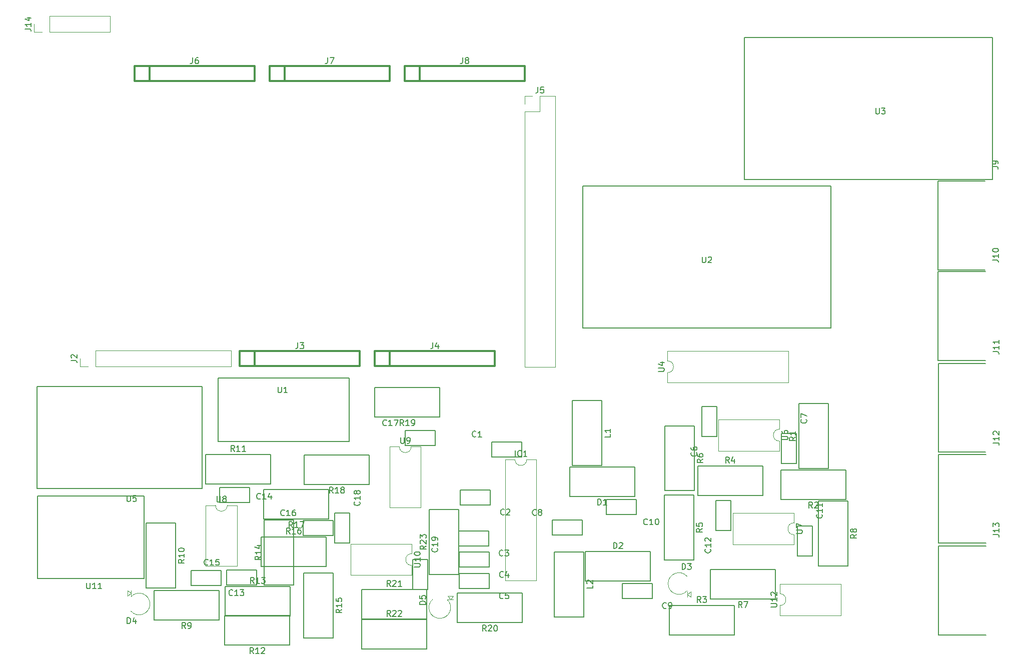
<source format=gbr>
G04 #@! TF.FileFunction,Legend,Top*
%FSLAX46Y46*%
G04 Gerber Fmt 4.6, Leading zero omitted, Abs format (unit mm)*
G04 Created by KiCad (PCBNEW 4.0.7) date 06/05/18 15:50:16*
%MOMM*%
%LPD*%
G01*
G04 APERTURE LIST*
%ADD10C,0.100000*%
%ADD11C,0.150000*%
%ADD12C,0.120000*%
%ADD13C,0.304800*%
%ADD14C,0.203200*%
G04 APERTURE END LIST*
D10*
D11*
X145592800Y-80810100D02*
X145592800Y-104810100D01*
X145592800Y-104810100D02*
X187592800Y-104810100D01*
X187592800Y-104810100D02*
X187592800Y-80810100D01*
X187592800Y-80810100D02*
X145592800Y-80810100D01*
X53231540Y-114721640D02*
X53231540Y-131993640D01*
X53231540Y-131993640D02*
X81171540Y-131993640D01*
X53231540Y-114721640D02*
X81171540Y-114721640D01*
X81171540Y-114721640D02*
X81171540Y-131993640D01*
D12*
X86060000Y-111300000D02*
X86060000Y-108640000D01*
X63140000Y-111300000D02*
X86060000Y-111300000D01*
X63140000Y-108640000D02*
X86060000Y-108640000D01*
X63140000Y-111300000D02*
X63140000Y-108640000D01*
X61870000Y-111300000D02*
X60540000Y-111300000D01*
X60540000Y-111300000D02*
X60540000Y-109970000D01*
D13*
X90079200Y-108728800D02*
X90079200Y-111268800D01*
X87539200Y-108728800D02*
X107859200Y-108728800D01*
X107859200Y-108728800D02*
X107859200Y-111268800D01*
X107859200Y-111268800D02*
X87539200Y-111268800D01*
X87539200Y-111268800D02*
X87539200Y-108728800D01*
X112939200Y-108738800D02*
X112939200Y-111278800D01*
X110399200Y-108738800D02*
X130719200Y-108738800D01*
X130719200Y-108738800D02*
X130719200Y-111278800D01*
X130719200Y-111278800D02*
X110399200Y-111278800D01*
X110399200Y-111278800D02*
X110399200Y-108738800D01*
D12*
X135749200Y-111408800D02*
X140949200Y-111408800D01*
X135749200Y-68168800D02*
X135749200Y-111408800D01*
X140949200Y-65568800D02*
X140949200Y-111408800D01*
X135749200Y-68168800D02*
X138349200Y-68168800D01*
X138349200Y-68168800D02*
X138349200Y-65568800D01*
X138349200Y-65568800D02*
X140949200Y-65568800D01*
X135749200Y-66898800D02*
X135749200Y-65568800D01*
X135749200Y-65568800D02*
X137079200Y-65568800D01*
D13*
X95149200Y-60478800D02*
X95149200Y-63018800D01*
X92609200Y-60478800D02*
X112929200Y-60478800D01*
X112929200Y-60478800D02*
X112929200Y-63018800D01*
X112929200Y-63018800D02*
X92609200Y-63018800D01*
X92609200Y-63018800D02*
X92609200Y-60478800D01*
X118009200Y-60478800D02*
X118009200Y-63018800D01*
X115469200Y-60478800D02*
X135789200Y-60478800D01*
X135789200Y-60478800D02*
X135789200Y-63018800D01*
X135789200Y-63018800D02*
X115469200Y-63018800D01*
X115469200Y-63018800D02*
X115469200Y-60478800D01*
X72289200Y-60478800D02*
X72289200Y-63018800D01*
X69749200Y-60478800D02*
X90069200Y-60478800D01*
X90069200Y-60478800D02*
X90069200Y-63018800D01*
X90069200Y-63018800D02*
X69749200Y-63018800D01*
X69749200Y-63018800D02*
X69749200Y-60478800D01*
D11*
X83930000Y-124030000D02*
X106070000Y-124020000D01*
X83930000Y-113310000D02*
X106070000Y-113300000D01*
X106070000Y-113310000D02*
X106070000Y-124010000D01*
X83930000Y-113310000D02*
X83930000Y-124010000D01*
D12*
X163287000Y-149470000D02*
X163287000Y-150359000D01*
X163287000Y-149914500D02*
X163879667Y-149470000D01*
X163879667Y-149470000D02*
X163879667Y-150359000D01*
X163879667Y-150359000D02*
X163287000Y-149914500D01*
X163255408Y-149323840D02*
G75*
G02X163285242Y-146890000I-1365408J1233840D01*
G01*
X69123000Y-150170000D02*
X69123000Y-149281000D01*
X69123000Y-149725500D02*
X68530333Y-150170000D01*
X68530333Y-150170000D02*
X68530333Y-149281000D01*
X68530333Y-149281000D02*
X69123000Y-149725500D01*
X69154592Y-150316160D02*
G75*
G02X69124758Y-152750000I1365408J-1233840D01*
G01*
X122792000Y-150749000D02*
X123681000Y-150749000D01*
X123236500Y-150749000D02*
X122792000Y-150156333D01*
X122792000Y-150156333D02*
X123681000Y-150156333D01*
X123681000Y-150156333D02*
X123236500Y-150749000D01*
X122645840Y-150780592D02*
G75*
G02X120212000Y-150750758I-1233840J-1365408D01*
G01*
D11*
X213690000Y-94960000D02*
X205690000Y-94960000D01*
X205690000Y-94960000D02*
X205690000Y-79960000D01*
X205690000Y-79960000D02*
X213690000Y-79960000D01*
X213740000Y-110280000D02*
X205740000Y-110280000D01*
X205740000Y-110280000D02*
X205740000Y-95280000D01*
X205740000Y-95280000D02*
X213740000Y-95280000D01*
X213800000Y-125810000D02*
X205800000Y-125810000D01*
X205800000Y-125810000D02*
X205800000Y-110810000D01*
X205800000Y-110810000D02*
X213800000Y-110810000D01*
X213850000Y-141230000D02*
X205850000Y-141230000D01*
X205850000Y-141230000D02*
X205850000Y-126230000D01*
X205850000Y-126230000D02*
X213850000Y-126230000D01*
X164400000Y-143110000D02*
X164400000Y-144110000D01*
X164400000Y-144110000D02*
X159400000Y-144110000D01*
X159400000Y-144110000D02*
X159400000Y-143110000D01*
X164400000Y-133110000D02*
X159400000Y-133110000D01*
X159400000Y-133110000D02*
X159400000Y-143110000D01*
X164400000Y-143110000D02*
X164400000Y-133110000D01*
X164510000Y-131370000D02*
X164510000Y-132370000D01*
X164510000Y-132370000D02*
X159510000Y-132370000D01*
X159510000Y-132370000D02*
X159510000Y-131370000D01*
X164510000Y-121370000D02*
X159510000Y-121370000D01*
X159510000Y-121370000D02*
X159510000Y-131370000D01*
X164510000Y-131370000D02*
X164510000Y-121370000D01*
X168240000Y-150690000D02*
X167240000Y-150690000D01*
X167240000Y-150690000D02*
X167240000Y-145690000D01*
X167240000Y-145690000D02*
X168240000Y-145690000D01*
X178240000Y-150690000D02*
X178240000Y-145690000D01*
X178240000Y-145690000D02*
X168240000Y-145690000D01*
X168240000Y-150690000D02*
X178240000Y-150690000D01*
X190490000Y-144110000D02*
X190490000Y-145110000D01*
X190490000Y-145110000D02*
X185490000Y-145110000D01*
X185490000Y-145110000D02*
X185490000Y-144110000D01*
X190490000Y-134110000D02*
X185490000Y-134110000D01*
X185490000Y-134110000D02*
X185490000Y-144110000D01*
X190490000Y-144110000D02*
X190490000Y-134110000D01*
X74040000Y-154230000D02*
X73040000Y-154230000D01*
X73040000Y-154230000D02*
X73040000Y-149230000D01*
X73040000Y-149230000D02*
X74040000Y-149230000D01*
X84040000Y-154230000D02*
X84040000Y-149230000D01*
X84040000Y-149230000D02*
X74040000Y-149230000D01*
X74040000Y-154230000D02*
X84040000Y-154230000D01*
X76720000Y-147860000D02*
X76720000Y-148860000D01*
X76720000Y-148860000D02*
X71720000Y-148860000D01*
X71720000Y-148860000D02*
X71720000Y-147860000D01*
X76720000Y-137860000D02*
X71720000Y-137860000D01*
X71720000Y-137860000D02*
X71720000Y-147860000D01*
X76720000Y-147860000D02*
X76720000Y-137860000D01*
X91788000Y-126238000D02*
X92788000Y-126238000D01*
X92788000Y-126238000D02*
X92788000Y-131238000D01*
X92788000Y-131238000D02*
X91788000Y-131238000D01*
X81788000Y-126238000D02*
X81788000Y-131238000D01*
X81788000Y-131238000D02*
X91788000Y-131238000D01*
X91788000Y-126238000D02*
X81788000Y-126238000D01*
X86012000Y-158496000D02*
X85012000Y-158496000D01*
X85012000Y-158496000D02*
X85012000Y-153496000D01*
X85012000Y-153496000D02*
X86012000Y-153496000D01*
X96012000Y-158496000D02*
X96012000Y-153496000D01*
X96012000Y-153496000D02*
X86012000Y-153496000D01*
X86012000Y-158496000D02*
X96012000Y-158496000D01*
X95090000Y-148590000D02*
X96090000Y-148590000D01*
X96090000Y-148590000D02*
X96090000Y-153590000D01*
X96090000Y-153590000D02*
X95090000Y-153590000D01*
X85090000Y-148590000D02*
X85090000Y-153590000D01*
X85090000Y-153590000D02*
X95090000Y-153590000D01*
X95090000Y-148590000D02*
X85090000Y-148590000D01*
X91694000Y-138336000D02*
X91694000Y-137336000D01*
X91694000Y-137336000D02*
X96694000Y-137336000D01*
X96694000Y-137336000D02*
X96694000Y-138336000D01*
X91694000Y-148336000D02*
X96694000Y-148336000D01*
X96694000Y-148336000D02*
X96694000Y-138336000D01*
X91694000Y-138336000D02*
X91694000Y-148336000D01*
X103378000Y-156304000D02*
X103378000Y-157304000D01*
X103378000Y-157304000D02*
X98378000Y-157304000D01*
X98378000Y-157304000D02*
X98378000Y-156304000D01*
X103378000Y-146304000D02*
X98378000Y-146304000D01*
X98378000Y-146304000D02*
X98378000Y-156304000D01*
X103378000Y-156304000D02*
X103378000Y-146304000D01*
X101186000Y-140208000D02*
X102186000Y-140208000D01*
X102186000Y-140208000D02*
X102186000Y-145208000D01*
X102186000Y-145208000D02*
X101186000Y-145208000D01*
X91186000Y-140208000D02*
X91186000Y-145208000D01*
X91186000Y-145208000D02*
X101186000Y-145208000D01*
X101186000Y-140208000D02*
X91186000Y-140208000D01*
X92616000Y-137160000D02*
X91616000Y-137160000D01*
X91616000Y-137160000D02*
X91616000Y-132160000D01*
X91616000Y-132160000D02*
X92616000Y-132160000D01*
X102616000Y-137160000D02*
X102616000Y-132160000D01*
X102616000Y-132160000D02*
X92616000Y-132160000D01*
X92616000Y-137160000D02*
X102616000Y-137160000D01*
X99474000Y-131318000D02*
X98474000Y-131318000D01*
X98474000Y-131318000D02*
X98474000Y-126318000D01*
X98474000Y-126318000D02*
X99474000Y-126318000D01*
X109474000Y-131318000D02*
X109474000Y-126318000D01*
X109474000Y-126318000D02*
X99474000Y-126318000D01*
X99474000Y-131318000D02*
X109474000Y-131318000D01*
X111412000Y-119888000D02*
X110412000Y-119888000D01*
X110412000Y-119888000D02*
X110412000Y-114888000D01*
X110412000Y-114888000D02*
X111412000Y-114888000D01*
X121412000Y-119888000D02*
X121412000Y-114888000D01*
X121412000Y-114888000D02*
X111412000Y-114888000D01*
X111412000Y-119888000D02*
X121412000Y-119888000D01*
X125382000Y-154686000D02*
X124382000Y-154686000D01*
X124382000Y-154686000D02*
X124382000Y-149686000D01*
X124382000Y-149686000D02*
X125382000Y-149686000D01*
X135382000Y-154686000D02*
X135382000Y-149686000D01*
X135382000Y-149686000D02*
X125382000Y-149686000D01*
X125382000Y-154686000D02*
X135382000Y-154686000D01*
X118204000Y-149098000D02*
X119204000Y-149098000D01*
X119204000Y-149098000D02*
X119204000Y-154098000D01*
X119204000Y-154098000D02*
X118204000Y-154098000D01*
X108204000Y-149098000D02*
X108204000Y-154098000D01*
X108204000Y-154098000D02*
X118204000Y-154098000D01*
X118204000Y-149098000D02*
X108204000Y-149098000D01*
X118204000Y-154178000D02*
X119204000Y-154178000D01*
X119204000Y-154178000D02*
X119204000Y-159178000D01*
X119204000Y-159178000D02*
X118204000Y-159178000D01*
X108204000Y-154178000D02*
X108204000Y-159178000D01*
X108204000Y-159178000D02*
X118204000Y-159178000D01*
X118204000Y-154178000D02*
X108204000Y-154178000D01*
X119634000Y-136558000D02*
X119634000Y-135558000D01*
X119634000Y-135558000D02*
X124634000Y-135558000D01*
X124634000Y-135558000D02*
X124634000Y-136558000D01*
X119634000Y-146558000D02*
X124634000Y-146558000D01*
X124634000Y-146558000D02*
X124634000Y-136558000D01*
X119634000Y-136558000D02*
X119634000Y-146558000D01*
D12*
X159960000Y-110379000D02*
G75*
G02X159960000Y-112379000I0J-1000000D01*
G01*
X159960000Y-112379000D02*
X159960000Y-114029000D01*
X159960000Y-114029000D02*
X180400000Y-114029000D01*
X180400000Y-114029000D02*
X180400000Y-108729000D01*
X180400000Y-108729000D02*
X159960000Y-108729000D01*
X159960000Y-108729000D02*
X159960000Y-110379000D01*
X136128000Y-127092400D02*
G75*
G02X134128000Y-127092400I-1000000J0D01*
G01*
X134128000Y-127092400D02*
X132478000Y-127092400D01*
X132478000Y-127092400D02*
X132478000Y-147532400D01*
X132478000Y-147532400D02*
X137778000Y-147532400D01*
X137778000Y-147532400D02*
X137778000Y-127092400D01*
X137778000Y-127092400D02*
X136128000Y-127092400D01*
D11*
X130225800Y-124091700D02*
X135305800Y-124091700D01*
X135305800Y-124091700D02*
X135305800Y-126631700D01*
X135305800Y-126631700D02*
X130225800Y-126631700D01*
X130225800Y-126631700D02*
X130225800Y-124091700D01*
X129959100Y-134759700D02*
X124879100Y-134759700D01*
X124879100Y-134759700D02*
X124879100Y-132219700D01*
X124879100Y-132219700D02*
X129959100Y-132219700D01*
X129959100Y-132219700D02*
X129959100Y-134759700D01*
X129730500Y-141693900D02*
X124650500Y-141693900D01*
X124650500Y-141693900D02*
X124650500Y-139153900D01*
X124650500Y-139153900D02*
X129730500Y-139153900D01*
X129730500Y-139153900D02*
X129730500Y-141693900D01*
X129768600Y-145313400D02*
X124688600Y-145313400D01*
X124688600Y-145313400D02*
X124688600Y-142773400D01*
X124688600Y-142773400D02*
X129768600Y-142773400D01*
X129768600Y-142773400D02*
X129768600Y-145313400D01*
X129768600Y-148932900D02*
X124688600Y-148932900D01*
X124688600Y-148932900D02*
X124688600Y-146392900D01*
X124688600Y-146392900D02*
X129768600Y-146392900D01*
X129768600Y-146392900D02*
X129768600Y-148932900D01*
X165745160Y-123169680D02*
X165745160Y-118089680D01*
X165745160Y-118089680D02*
X168285160Y-118089680D01*
X168285160Y-118089680D02*
X168285160Y-123169680D01*
X168285160Y-123169680D02*
X165745160Y-123169680D01*
X181782720Y-122666760D02*
X181782720Y-127746760D01*
X181782720Y-127746760D02*
X179242720Y-127746760D01*
X179242720Y-127746760D02*
X179242720Y-122666760D01*
X179242720Y-122666760D02*
X181782720Y-122666760D01*
X140426440Y-137353040D02*
X145506440Y-137353040D01*
X145506440Y-137353040D02*
X145506440Y-139893040D01*
X145506440Y-139893040D02*
X140426440Y-139893040D01*
X140426440Y-139893040D02*
X140426440Y-137353040D01*
X157353000Y-150596600D02*
X152273000Y-150596600D01*
X152273000Y-150596600D02*
X152273000Y-148056600D01*
X152273000Y-148056600D02*
X157353000Y-148056600D01*
X157353000Y-148056600D02*
X157353000Y-150596600D01*
X154647900Y-136398000D02*
X149567900Y-136398000D01*
X149567900Y-136398000D02*
X149567900Y-133858000D01*
X149567900Y-133858000D02*
X154647900Y-133858000D01*
X154647900Y-133858000D02*
X154647900Y-136398000D01*
X184440000Y-138300000D02*
X184440000Y-143380000D01*
X184440000Y-143380000D02*
X181900000Y-143380000D01*
X181900000Y-143380000D02*
X181900000Y-138300000D01*
X181900000Y-138300000D02*
X184440000Y-138300000D01*
X168100000Y-139070000D02*
X168100000Y-133990000D01*
X168100000Y-133990000D02*
X170640000Y-133990000D01*
X170640000Y-133990000D02*
X170640000Y-139070000D01*
X170640000Y-139070000D02*
X168100000Y-139070000D01*
X84437540Y-148406000D02*
X79357540Y-148406000D01*
X79357540Y-148406000D02*
X79357540Y-145866000D01*
X79357540Y-145866000D02*
X84437540Y-145866000D01*
X84437540Y-145866000D02*
X84437540Y-148406000D01*
X84150520Y-131809640D02*
X89230520Y-131809640D01*
X89230520Y-131809640D02*
X89230520Y-134349640D01*
X89230520Y-134349640D02*
X84150520Y-134349640D01*
X84150520Y-134349640D02*
X84150520Y-131809640D01*
X85344000Y-145796000D02*
X90424000Y-145796000D01*
X90424000Y-145796000D02*
X90424000Y-148336000D01*
X90424000Y-148336000D02*
X85344000Y-148336000D01*
X85344000Y-148336000D02*
X85344000Y-145796000D01*
X98298000Y-137414000D02*
X103378000Y-137414000D01*
X103378000Y-137414000D02*
X103378000Y-139954000D01*
X103378000Y-139954000D02*
X98298000Y-139954000D01*
X98298000Y-139954000D02*
X98298000Y-137414000D01*
X115570000Y-122174000D02*
X120650000Y-122174000D01*
X120650000Y-122174000D02*
X120650000Y-124714000D01*
X120650000Y-124714000D02*
X115570000Y-124714000D01*
X115570000Y-124714000D02*
X115570000Y-122174000D01*
X106172000Y-136144000D02*
X106172000Y-141224000D01*
X106172000Y-141224000D02*
X103632000Y-141224000D01*
X103632000Y-141224000D02*
X103632000Y-136144000D01*
X103632000Y-136144000D02*
X106172000Y-136144000D01*
X119331740Y-144002760D02*
X119331740Y-149082760D01*
X119331740Y-149082760D02*
X116791740Y-149082760D01*
X116791740Y-149082760D02*
X116791740Y-144002760D01*
X116791740Y-144002760D02*
X119331740Y-144002760D01*
X144381200Y-133311900D02*
X143381200Y-133311900D01*
X143381200Y-133311900D02*
X143381200Y-128311900D01*
X143381200Y-128311900D02*
X144381200Y-128311900D01*
X154381200Y-133311900D02*
X154381200Y-128311900D01*
X154381200Y-128311900D02*
X144381200Y-128311900D01*
X144381200Y-133311900D02*
X154381200Y-133311900D01*
X156062700Y-142684500D02*
X157062700Y-142684500D01*
X157062700Y-142684500D02*
X157062700Y-147684500D01*
X157062700Y-147684500D02*
X156062700Y-147684500D01*
X146062700Y-142684500D02*
X146062700Y-147684500D01*
X146062700Y-147684500D02*
X156062700Y-147684500D01*
X156062700Y-142684500D02*
X146062700Y-142684500D01*
X148844000Y-127094000D02*
X148844000Y-128094000D01*
X148844000Y-128094000D02*
X143844000Y-128094000D01*
X143844000Y-128094000D02*
X143844000Y-127094000D01*
X148844000Y-117094000D02*
X143844000Y-117094000D01*
X143844000Y-117094000D02*
X143844000Y-127094000D01*
X148844000Y-127094000D02*
X148844000Y-117094000D01*
X145818860Y-152717520D02*
X145818860Y-153717520D01*
X145818860Y-153717520D02*
X140818860Y-153717520D01*
X140818860Y-153717520D02*
X140818860Y-152717520D01*
X145818860Y-142717520D02*
X140818860Y-142717520D01*
X140818860Y-142717520D02*
X140818860Y-152717520D01*
X145818860Y-152717520D02*
X145818860Y-142717520D01*
X182156100Y-118625600D02*
X182156100Y-117625600D01*
X182156100Y-117625600D02*
X187156100Y-117625600D01*
X187156100Y-117625600D02*
X187156100Y-118625600D01*
X182156100Y-128625600D02*
X187156100Y-128625600D01*
X187156100Y-128625600D02*
X187156100Y-118625600D01*
X182156100Y-118625600D02*
X182156100Y-128625600D01*
X180160000Y-133830000D02*
X179160000Y-133830000D01*
X179160000Y-133830000D02*
X179160000Y-128830000D01*
X179160000Y-128830000D02*
X180160000Y-128830000D01*
X190160000Y-133830000D02*
X190160000Y-128830000D01*
X190160000Y-128830000D02*
X180160000Y-128830000D01*
X180160000Y-133830000D02*
X190160000Y-133830000D01*
X170260000Y-151830000D02*
X171260000Y-151830000D01*
X171260000Y-151830000D02*
X171260000Y-156830000D01*
X171260000Y-156830000D02*
X170260000Y-156830000D01*
X160260000Y-151830000D02*
X160260000Y-156830000D01*
X160260000Y-156830000D02*
X170260000Y-156830000D01*
X170260000Y-151830000D02*
X160260000Y-151830000D01*
X175049200Y-128206500D02*
X176049200Y-128206500D01*
X176049200Y-128206500D02*
X176049200Y-133206500D01*
X176049200Y-133206500D02*
X175049200Y-133206500D01*
X165049200Y-128206500D02*
X165049200Y-133206500D01*
X165049200Y-133206500D02*
X175049200Y-133206500D01*
X175049200Y-128206500D02*
X165049200Y-128206500D01*
D12*
X178865840Y-123956320D02*
G75*
G02X178865840Y-121956320I0J1000000D01*
G01*
X178865840Y-121956320D02*
X178865840Y-120306320D01*
X178865840Y-120306320D02*
X168585840Y-120306320D01*
X168585840Y-120306320D02*
X168585840Y-125606320D01*
X168585840Y-125606320D02*
X178865840Y-125606320D01*
X178865840Y-125606320D02*
X178865840Y-123956320D01*
X181330000Y-139810000D02*
G75*
G02X181330000Y-137810000I0J1000000D01*
G01*
X181330000Y-137810000D02*
X181330000Y-136160000D01*
X181330000Y-136160000D02*
X171050000Y-136160000D01*
X171050000Y-136160000D02*
X171050000Y-141460000D01*
X171050000Y-141460000D02*
X181330000Y-141460000D01*
X181330000Y-141460000D02*
X181330000Y-139810000D01*
X85447700Y-134838280D02*
G75*
G02X83447700Y-134838280I-1000000J0D01*
G01*
X83447700Y-134838280D02*
X81797700Y-134838280D01*
X81797700Y-134838280D02*
X81797700Y-145118280D01*
X81797700Y-145118280D02*
X87097700Y-145118280D01*
X87097700Y-145118280D02*
X87097700Y-134838280D01*
X87097700Y-134838280D02*
X85447700Y-134838280D01*
X116570000Y-124908000D02*
G75*
G02X114570000Y-124908000I-1000000J0D01*
G01*
X114570000Y-124908000D02*
X112920000Y-124908000D01*
X112920000Y-124908000D02*
X112920000Y-135188000D01*
X112920000Y-135188000D02*
X118220000Y-135188000D01*
X118220000Y-135188000D02*
X118220000Y-124908000D01*
X118220000Y-124908000D02*
X116570000Y-124908000D01*
X116646000Y-145018000D02*
G75*
G02X116646000Y-143018000I0J1000000D01*
G01*
X116646000Y-143018000D02*
X116646000Y-141368000D01*
X116646000Y-141368000D02*
X106366000Y-141368000D01*
X106366000Y-141368000D02*
X106366000Y-146668000D01*
X106366000Y-146668000D02*
X116646000Y-146668000D01*
X116646000Y-146668000D02*
X116646000Y-145018000D01*
D11*
X53340000Y-133261100D02*
X71374000Y-133261100D01*
X71374000Y-133261100D02*
X71374000Y-147231100D01*
X71374000Y-147231100D02*
X53340000Y-147231100D01*
X53340000Y-147231100D02*
X53340000Y-133261100D01*
D12*
X178989680Y-149804880D02*
G75*
G02X178989680Y-151804880I0J-1000000D01*
G01*
X178989680Y-151804880D02*
X178989680Y-153454880D01*
X178989680Y-153454880D02*
X189269680Y-153454880D01*
X189269680Y-153454880D02*
X189269680Y-148154880D01*
X189269680Y-148154880D02*
X178989680Y-148154880D01*
X178989680Y-148154880D02*
X178989680Y-149804880D01*
D11*
X213850000Y-156770000D02*
X205850000Y-156770000D01*
X205850000Y-156770000D02*
X205850000Y-141770000D01*
X205850000Y-141770000D02*
X213850000Y-141770000D01*
X172974000Y-55626000D02*
X172974000Y-79626000D01*
X172974000Y-79626000D02*
X214974000Y-79626000D01*
X214974000Y-79626000D02*
X214974000Y-55626000D01*
X214974000Y-55626000D02*
X172974000Y-55626000D01*
D12*
X65592000Y-54670000D02*
X65592000Y-52010000D01*
X55372000Y-54670000D02*
X65592000Y-54670000D01*
X55372000Y-52010000D02*
X65592000Y-52010000D01*
X55372000Y-54670000D02*
X55372000Y-52010000D01*
X54102000Y-54670000D02*
X52772000Y-54670000D01*
X52772000Y-54670000D02*
X52772000Y-53340000D01*
D11*
X165830895Y-92762481D02*
X165830895Y-93572005D01*
X165878514Y-93667243D01*
X165926133Y-93714862D01*
X166021371Y-93762481D01*
X166211848Y-93762481D01*
X166307086Y-93714862D01*
X166354705Y-93667243D01*
X166402324Y-93572005D01*
X166402324Y-92762481D01*
X166830895Y-92857719D02*
X166878514Y-92810100D01*
X166973752Y-92762481D01*
X167211848Y-92762481D01*
X167307086Y-92810100D01*
X167354705Y-92857719D01*
X167402324Y-92952957D01*
X167402324Y-93048195D01*
X167354705Y-93191052D01*
X166783276Y-93762481D01*
X167402324Y-93762481D01*
X68469635Y-133174021D02*
X68469635Y-133983545D01*
X68517254Y-134078783D01*
X68564873Y-134126402D01*
X68660111Y-134174021D01*
X68850588Y-134174021D01*
X68945826Y-134126402D01*
X68993445Y-134078783D01*
X69041064Y-133983545D01*
X69041064Y-133174021D01*
X69993445Y-133174021D02*
X69517254Y-133174021D01*
X69469635Y-133650211D01*
X69517254Y-133602592D01*
X69612492Y-133554973D01*
X69850588Y-133554973D01*
X69945826Y-133602592D01*
X69993445Y-133650211D01*
X70041064Y-133745450D01*
X70041064Y-133983545D01*
X69993445Y-134078783D01*
X69945826Y-134126402D01*
X69850588Y-134174021D01*
X69612492Y-134174021D01*
X69517254Y-134126402D01*
X69469635Y-134078783D01*
X58992381Y-110303333D02*
X59706667Y-110303333D01*
X59849524Y-110350953D01*
X59944762Y-110446191D01*
X59992381Y-110589048D01*
X59992381Y-110684286D01*
X59087619Y-109874762D02*
X59040000Y-109827143D01*
X58992381Y-109731905D01*
X58992381Y-109493809D01*
X59040000Y-109398571D01*
X59087619Y-109350952D01*
X59182857Y-109303333D01*
X59278095Y-109303333D01*
X59420952Y-109350952D01*
X59992381Y-109922381D01*
X59992381Y-109303333D01*
D14*
X97360533Y-107283419D02*
X97360533Y-108009133D01*
X97312153Y-108154276D01*
X97215391Y-108251038D01*
X97070248Y-108299419D01*
X96973486Y-108299419D01*
X97747581Y-107283419D02*
X98376533Y-107283419D01*
X98037867Y-107670467D01*
X98183009Y-107670467D01*
X98279771Y-107718848D01*
X98328152Y-107767229D01*
X98376533Y-107863990D01*
X98376533Y-108105895D01*
X98328152Y-108202657D01*
X98279771Y-108251038D01*
X98183009Y-108299419D01*
X97892724Y-108299419D01*
X97795962Y-108251038D01*
X97747581Y-108202657D01*
X120220533Y-107293419D02*
X120220533Y-108019133D01*
X120172153Y-108164276D01*
X120075391Y-108261038D01*
X119930248Y-108309419D01*
X119833486Y-108309419D01*
X121139771Y-107632086D02*
X121139771Y-108309419D01*
X120897867Y-107245038D02*
X120655962Y-107970752D01*
X121284914Y-107970752D01*
D11*
X138015867Y-64021181D02*
X138015867Y-64735467D01*
X137968247Y-64878324D01*
X137873009Y-64973562D01*
X137730152Y-65021181D01*
X137634914Y-65021181D01*
X138968248Y-64021181D02*
X138492057Y-64021181D01*
X138444438Y-64497371D01*
X138492057Y-64449752D01*
X138587295Y-64402133D01*
X138825391Y-64402133D01*
X138920629Y-64449752D01*
X138968248Y-64497371D01*
X139015867Y-64592610D01*
X139015867Y-64830705D01*
X138968248Y-64925943D01*
X138920629Y-64973562D01*
X138825391Y-65021181D01*
X138587295Y-65021181D01*
X138492057Y-64973562D01*
X138444438Y-64925943D01*
D14*
X102430533Y-59033419D02*
X102430533Y-59759133D01*
X102382153Y-59904276D01*
X102285391Y-60001038D01*
X102140248Y-60049419D01*
X102043486Y-60049419D01*
X102817581Y-59033419D02*
X103494914Y-59033419D01*
X103059486Y-60049419D01*
X125290533Y-59033419D02*
X125290533Y-59759133D01*
X125242153Y-59904276D01*
X125145391Y-60001038D01*
X125000248Y-60049419D01*
X124903486Y-60049419D01*
X125919486Y-59468848D02*
X125822724Y-59420467D01*
X125774343Y-59372086D01*
X125725962Y-59275324D01*
X125725962Y-59226943D01*
X125774343Y-59130181D01*
X125822724Y-59081800D01*
X125919486Y-59033419D01*
X126113009Y-59033419D01*
X126209771Y-59081800D01*
X126258152Y-59130181D01*
X126306533Y-59226943D01*
X126306533Y-59275324D01*
X126258152Y-59372086D01*
X126209771Y-59420467D01*
X126113009Y-59468848D01*
X125919486Y-59468848D01*
X125822724Y-59517229D01*
X125774343Y-59565610D01*
X125725962Y-59662371D01*
X125725962Y-59855895D01*
X125774343Y-59952657D01*
X125822724Y-60001038D01*
X125919486Y-60049419D01*
X126113009Y-60049419D01*
X126209771Y-60001038D01*
X126258152Y-59952657D01*
X126306533Y-59855895D01*
X126306533Y-59662371D01*
X126258152Y-59565610D01*
X126209771Y-59517229D01*
X126113009Y-59468848D01*
X79570533Y-59033419D02*
X79570533Y-59759133D01*
X79522153Y-59904276D01*
X79425391Y-60001038D01*
X79280248Y-60049419D01*
X79183486Y-60049419D01*
X80489771Y-59033419D02*
X80296248Y-59033419D01*
X80199486Y-59081800D01*
X80151105Y-59130181D01*
X80054343Y-59275324D01*
X80005962Y-59468848D01*
X80005962Y-59855895D01*
X80054343Y-59952657D01*
X80102724Y-60001038D01*
X80199486Y-60049419D01*
X80393009Y-60049419D01*
X80489771Y-60001038D01*
X80538152Y-59952657D01*
X80586533Y-59855895D01*
X80586533Y-59613990D01*
X80538152Y-59517229D01*
X80489771Y-59468848D01*
X80393009Y-59420467D01*
X80199486Y-59420467D01*
X80102724Y-59468848D01*
X80054343Y-59517229D01*
X80005962Y-59613990D01*
D11*
X94038095Y-114762381D02*
X94038095Y-115571905D01*
X94085714Y-115667143D01*
X94133333Y-115714762D01*
X94228571Y-115762381D01*
X94419048Y-115762381D01*
X94514286Y-115714762D01*
X94561905Y-115667143D01*
X94609524Y-115571905D01*
X94609524Y-114762381D01*
X95609524Y-115762381D02*
X95038095Y-115762381D01*
X95323809Y-115762381D02*
X95323809Y-114762381D01*
X95228571Y-114905238D01*
X95133333Y-115000476D01*
X95038095Y-115048095D01*
X162421905Y-145682381D02*
X162421905Y-144682381D01*
X162660000Y-144682381D01*
X162802858Y-144730000D01*
X162898096Y-144825238D01*
X162945715Y-144920476D01*
X162993334Y-145110952D01*
X162993334Y-145253810D01*
X162945715Y-145444286D01*
X162898096Y-145539524D01*
X162802858Y-145634762D01*
X162660000Y-145682381D01*
X162421905Y-145682381D01*
X163326667Y-144682381D02*
X163945715Y-144682381D01*
X163612381Y-145063333D01*
X163755239Y-145063333D01*
X163850477Y-145110952D01*
X163898096Y-145158571D01*
X163945715Y-145253810D01*
X163945715Y-145491905D01*
X163898096Y-145587143D01*
X163850477Y-145634762D01*
X163755239Y-145682381D01*
X163469524Y-145682381D01*
X163374286Y-145634762D01*
X163326667Y-145587143D01*
X68511905Y-154862381D02*
X68511905Y-153862381D01*
X68750000Y-153862381D01*
X68892858Y-153910000D01*
X68988096Y-154005238D01*
X69035715Y-154100476D01*
X69083334Y-154290952D01*
X69083334Y-154433810D01*
X69035715Y-154624286D01*
X68988096Y-154719524D01*
X68892858Y-154814762D01*
X68750000Y-154862381D01*
X68511905Y-154862381D01*
X69940477Y-154195714D02*
X69940477Y-154862381D01*
X69702381Y-153814762D02*
X69464286Y-154529048D01*
X70083334Y-154529048D01*
X119004381Y-151614095D02*
X118004381Y-151614095D01*
X118004381Y-151376000D01*
X118052000Y-151233142D01*
X118147238Y-151137904D01*
X118242476Y-151090285D01*
X118432952Y-151042666D01*
X118575810Y-151042666D01*
X118766286Y-151090285D01*
X118861524Y-151137904D01*
X118956762Y-151233142D01*
X119004381Y-151376000D01*
X119004381Y-151614095D01*
X118004381Y-150137904D02*
X118004381Y-150614095D01*
X118480571Y-150661714D01*
X118432952Y-150614095D01*
X118385333Y-150518857D01*
X118385333Y-150280761D01*
X118432952Y-150185523D01*
X118480571Y-150137904D01*
X118575810Y-150090285D01*
X118813905Y-150090285D01*
X118909143Y-150137904D01*
X118956762Y-150185523D01*
X119004381Y-150280761D01*
X119004381Y-150518857D01*
X118956762Y-150614095D01*
X118909143Y-150661714D01*
X214920381Y-77499333D02*
X215634667Y-77499333D01*
X215777524Y-77546953D01*
X215872762Y-77642191D01*
X215920381Y-77785048D01*
X215920381Y-77880286D01*
X215920381Y-76975524D02*
X215920381Y-76785048D01*
X215872762Y-76689809D01*
X215825143Y-76642190D01*
X215682286Y-76546952D01*
X215491810Y-76499333D01*
X215110857Y-76499333D01*
X215015619Y-76546952D01*
X214968000Y-76594571D01*
X214920381Y-76689809D01*
X214920381Y-76880286D01*
X214968000Y-76975524D01*
X215015619Y-77023143D01*
X215110857Y-77070762D01*
X215348952Y-77070762D01*
X215444190Y-77023143D01*
X215491810Y-76975524D01*
X215539429Y-76880286D01*
X215539429Y-76689809D01*
X215491810Y-76594571D01*
X215444190Y-76546952D01*
X215348952Y-76499333D01*
X214970381Y-93295523D02*
X215684667Y-93295523D01*
X215827524Y-93343143D01*
X215922762Y-93438381D01*
X215970381Y-93581238D01*
X215970381Y-93676476D01*
X215970381Y-92295523D02*
X215970381Y-92866952D01*
X215970381Y-92581238D02*
X214970381Y-92581238D01*
X215113238Y-92676476D01*
X215208476Y-92771714D01*
X215256095Y-92866952D01*
X214970381Y-91676476D02*
X214970381Y-91581237D01*
X215018000Y-91485999D01*
X215065619Y-91438380D01*
X215160857Y-91390761D01*
X215351333Y-91343142D01*
X215589429Y-91343142D01*
X215779905Y-91390761D01*
X215875143Y-91438380D01*
X215922762Y-91485999D01*
X215970381Y-91581237D01*
X215970381Y-91676476D01*
X215922762Y-91771714D01*
X215875143Y-91819333D01*
X215779905Y-91866952D01*
X215589429Y-91914571D01*
X215351333Y-91914571D01*
X215160857Y-91866952D01*
X215065619Y-91819333D01*
X215018000Y-91771714D01*
X214970381Y-91676476D01*
X215030381Y-108825523D02*
X215744667Y-108825523D01*
X215887524Y-108873143D01*
X215982762Y-108968381D01*
X216030381Y-109111238D01*
X216030381Y-109206476D01*
X216030381Y-107825523D02*
X216030381Y-108396952D01*
X216030381Y-108111238D02*
X215030381Y-108111238D01*
X215173238Y-108206476D01*
X215268476Y-108301714D01*
X215316095Y-108396952D01*
X216030381Y-106873142D02*
X216030381Y-107444571D01*
X216030381Y-107158857D02*
X215030381Y-107158857D01*
X215173238Y-107254095D01*
X215268476Y-107349333D01*
X215316095Y-107444571D01*
X215080381Y-124245523D02*
X215794667Y-124245523D01*
X215937524Y-124293143D01*
X216032762Y-124388381D01*
X216080381Y-124531238D01*
X216080381Y-124626476D01*
X216080381Y-123245523D02*
X216080381Y-123816952D01*
X216080381Y-123531238D02*
X215080381Y-123531238D01*
X215223238Y-123626476D01*
X215318476Y-123721714D01*
X215366095Y-123816952D01*
X215175619Y-122864571D02*
X215128000Y-122816952D01*
X215080381Y-122721714D01*
X215080381Y-122483618D01*
X215128000Y-122388380D01*
X215175619Y-122340761D01*
X215270857Y-122293142D01*
X215366095Y-122293142D01*
X215508952Y-122340761D01*
X216080381Y-122912190D01*
X216080381Y-122293142D01*
X165852381Y-138776666D02*
X165376190Y-139110000D01*
X165852381Y-139348095D02*
X164852381Y-139348095D01*
X164852381Y-138967142D01*
X164900000Y-138871904D01*
X164947619Y-138824285D01*
X165042857Y-138776666D01*
X165185714Y-138776666D01*
X165280952Y-138824285D01*
X165328571Y-138871904D01*
X165376190Y-138967142D01*
X165376190Y-139348095D01*
X164852381Y-137871904D02*
X164852381Y-138348095D01*
X165328571Y-138395714D01*
X165280952Y-138348095D01*
X165233333Y-138252857D01*
X165233333Y-138014761D01*
X165280952Y-137919523D01*
X165328571Y-137871904D01*
X165423810Y-137824285D01*
X165661905Y-137824285D01*
X165757143Y-137871904D01*
X165804762Y-137919523D01*
X165852381Y-138014761D01*
X165852381Y-138252857D01*
X165804762Y-138348095D01*
X165757143Y-138395714D01*
X165962381Y-127036666D02*
X165486190Y-127370000D01*
X165962381Y-127608095D02*
X164962381Y-127608095D01*
X164962381Y-127227142D01*
X165010000Y-127131904D01*
X165057619Y-127084285D01*
X165152857Y-127036666D01*
X165295714Y-127036666D01*
X165390952Y-127084285D01*
X165438571Y-127131904D01*
X165486190Y-127227142D01*
X165486190Y-127608095D01*
X164962381Y-126179523D02*
X164962381Y-126370000D01*
X165010000Y-126465238D01*
X165057619Y-126512857D01*
X165200476Y-126608095D01*
X165390952Y-126655714D01*
X165771905Y-126655714D01*
X165867143Y-126608095D01*
X165914762Y-126560476D01*
X165962381Y-126465238D01*
X165962381Y-126274761D01*
X165914762Y-126179523D01*
X165867143Y-126131904D01*
X165771905Y-126084285D01*
X165533810Y-126084285D01*
X165438571Y-126131904D01*
X165390952Y-126179523D01*
X165343333Y-126274761D01*
X165343333Y-126465238D01*
X165390952Y-126560476D01*
X165438571Y-126608095D01*
X165533810Y-126655714D01*
X172573334Y-152142381D02*
X172240000Y-151666190D01*
X172001905Y-152142381D02*
X172001905Y-151142381D01*
X172382858Y-151142381D01*
X172478096Y-151190000D01*
X172525715Y-151237619D01*
X172573334Y-151332857D01*
X172573334Y-151475714D01*
X172525715Y-151570952D01*
X172478096Y-151618571D01*
X172382858Y-151666190D01*
X172001905Y-151666190D01*
X172906667Y-151142381D02*
X173573334Y-151142381D01*
X173144762Y-152142381D01*
X191942381Y-139776666D02*
X191466190Y-140110000D01*
X191942381Y-140348095D02*
X190942381Y-140348095D01*
X190942381Y-139967142D01*
X190990000Y-139871904D01*
X191037619Y-139824285D01*
X191132857Y-139776666D01*
X191275714Y-139776666D01*
X191370952Y-139824285D01*
X191418571Y-139871904D01*
X191466190Y-139967142D01*
X191466190Y-140348095D01*
X191370952Y-139205238D02*
X191323333Y-139300476D01*
X191275714Y-139348095D01*
X191180476Y-139395714D01*
X191132857Y-139395714D01*
X191037619Y-139348095D01*
X190990000Y-139300476D01*
X190942381Y-139205238D01*
X190942381Y-139014761D01*
X190990000Y-138919523D01*
X191037619Y-138871904D01*
X191132857Y-138824285D01*
X191180476Y-138824285D01*
X191275714Y-138871904D01*
X191323333Y-138919523D01*
X191370952Y-139014761D01*
X191370952Y-139205238D01*
X191418571Y-139300476D01*
X191466190Y-139348095D01*
X191561429Y-139395714D01*
X191751905Y-139395714D01*
X191847143Y-139348095D01*
X191894762Y-139300476D01*
X191942381Y-139205238D01*
X191942381Y-139014761D01*
X191894762Y-138919523D01*
X191847143Y-138871904D01*
X191751905Y-138824285D01*
X191561429Y-138824285D01*
X191466190Y-138871904D01*
X191418571Y-138919523D01*
X191370952Y-139014761D01*
X78373334Y-155682381D02*
X78040000Y-155206190D01*
X77801905Y-155682381D02*
X77801905Y-154682381D01*
X78182858Y-154682381D01*
X78278096Y-154730000D01*
X78325715Y-154777619D01*
X78373334Y-154872857D01*
X78373334Y-155015714D01*
X78325715Y-155110952D01*
X78278096Y-155158571D01*
X78182858Y-155206190D01*
X77801905Y-155206190D01*
X78849524Y-155682381D02*
X79040000Y-155682381D01*
X79135239Y-155634762D01*
X79182858Y-155587143D01*
X79278096Y-155444286D01*
X79325715Y-155253810D01*
X79325715Y-154872857D01*
X79278096Y-154777619D01*
X79230477Y-154730000D01*
X79135239Y-154682381D01*
X78944762Y-154682381D01*
X78849524Y-154730000D01*
X78801905Y-154777619D01*
X78754286Y-154872857D01*
X78754286Y-155110952D01*
X78801905Y-155206190D01*
X78849524Y-155253810D01*
X78944762Y-155301429D01*
X79135239Y-155301429D01*
X79230477Y-155253810D01*
X79278096Y-155206190D01*
X79325715Y-155110952D01*
X78172381Y-144002857D02*
X77696190Y-144336191D01*
X78172381Y-144574286D02*
X77172381Y-144574286D01*
X77172381Y-144193333D01*
X77220000Y-144098095D01*
X77267619Y-144050476D01*
X77362857Y-144002857D01*
X77505714Y-144002857D01*
X77600952Y-144050476D01*
X77648571Y-144098095D01*
X77696190Y-144193333D01*
X77696190Y-144574286D01*
X78172381Y-143050476D02*
X78172381Y-143621905D01*
X78172381Y-143336191D02*
X77172381Y-143336191D01*
X77315238Y-143431429D01*
X77410476Y-143526667D01*
X77458095Y-143621905D01*
X77172381Y-142431429D02*
X77172381Y-142336190D01*
X77220000Y-142240952D01*
X77267619Y-142193333D01*
X77362857Y-142145714D01*
X77553333Y-142098095D01*
X77791429Y-142098095D01*
X77981905Y-142145714D01*
X78077143Y-142193333D01*
X78124762Y-142240952D01*
X78172381Y-142336190D01*
X78172381Y-142431429D01*
X78124762Y-142526667D01*
X78077143Y-142574286D01*
X77981905Y-142621905D01*
X77791429Y-142669524D01*
X77553333Y-142669524D01*
X77362857Y-142621905D01*
X77267619Y-142574286D01*
X77220000Y-142526667D01*
X77172381Y-142431429D01*
X86645143Y-125690381D02*
X86311809Y-125214190D01*
X86073714Y-125690381D02*
X86073714Y-124690381D01*
X86454667Y-124690381D01*
X86549905Y-124738000D01*
X86597524Y-124785619D01*
X86645143Y-124880857D01*
X86645143Y-125023714D01*
X86597524Y-125118952D01*
X86549905Y-125166571D01*
X86454667Y-125214190D01*
X86073714Y-125214190D01*
X87597524Y-125690381D02*
X87026095Y-125690381D01*
X87311809Y-125690381D02*
X87311809Y-124690381D01*
X87216571Y-124833238D01*
X87121333Y-124928476D01*
X87026095Y-124976095D01*
X88549905Y-125690381D02*
X87978476Y-125690381D01*
X88264190Y-125690381D02*
X88264190Y-124690381D01*
X88168952Y-124833238D01*
X88073714Y-124928476D01*
X87978476Y-124976095D01*
X89869143Y-159948381D02*
X89535809Y-159472190D01*
X89297714Y-159948381D02*
X89297714Y-158948381D01*
X89678667Y-158948381D01*
X89773905Y-158996000D01*
X89821524Y-159043619D01*
X89869143Y-159138857D01*
X89869143Y-159281714D01*
X89821524Y-159376952D01*
X89773905Y-159424571D01*
X89678667Y-159472190D01*
X89297714Y-159472190D01*
X90821524Y-159948381D02*
X90250095Y-159948381D01*
X90535809Y-159948381D02*
X90535809Y-158948381D01*
X90440571Y-159091238D01*
X90345333Y-159186476D01*
X90250095Y-159234095D01*
X91202476Y-159043619D02*
X91250095Y-158996000D01*
X91345333Y-158948381D01*
X91583429Y-158948381D01*
X91678667Y-158996000D01*
X91726286Y-159043619D01*
X91773905Y-159138857D01*
X91773905Y-159234095D01*
X91726286Y-159376952D01*
X91154857Y-159948381D01*
X91773905Y-159948381D01*
X89947143Y-148042381D02*
X89613809Y-147566190D01*
X89375714Y-148042381D02*
X89375714Y-147042381D01*
X89756667Y-147042381D01*
X89851905Y-147090000D01*
X89899524Y-147137619D01*
X89947143Y-147232857D01*
X89947143Y-147375714D01*
X89899524Y-147470952D01*
X89851905Y-147518571D01*
X89756667Y-147566190D01*
X89375714Y-147566190D01*
X90899524Y-148042381D02*
X90328095Y-148042381D01*
X90613809Y-148042381D02*
X90613809Y-147042381D01*
X90518571Y-147185238D01*
X90423333Y-147280476D01*
X90328095Y-147328095D01*
X91232857Y-147042381D02*
X91851905Y-147042381D01*
X91518571Y-147423333D01*
X91661429Y-147423333D01*
X91756667Y-147470952D01*
X91804286Y-147518571D01*
X91851905Y-147613810D01*
X91851905Y-147851905D01*
X91804286Y-147947143D01*
X91756667Y-147994762D01*
X91661429Y-148042381D01*
X91375714Y-148042381D01*
X91280476Y-147994762D01*
X91232857Y-147947143D01*
X91146381Y-143478857D02*
X90670190Y-143812191D01*
X91146381Y-144050286D02*
X90146381Y-144050286D01*
X90146381Y-143669333D01*
X90194000Y-143574095D01*
X90241619Y-143526476D01*
X90336857Y-143478857D01*
X90479714Y-143478857D01*
X90574952Y-143526476D01*
X90622571Y-143574095D01*
X90670190Y-143669333D01*
X90670190Y-144050286D01*
X91146381Y-142526476D02*
X91146381Y-143097905D01*
X91146381Y-142812191D02*
X90146381Y-142812191D01*
X90289238Y-142907429D01*
X90384476Y-143002667D01*
X90432095Y-143097905D01*
X90479714Y-141669333D02*
X91146381Y-141669333D01*
X90098762Y-141907429D02*
X90813048Y-142145524D01*
X90813048Y-141526476D01*
X104830381Y-152446857D02*
X104354190Y-152780191D01*
X104830381Y-153018286D02*
X103830381Y-153018286D01*
X103830381Y-152637333D01*
X103878000Y-152542095D01*
X103925619Y-152494476D01*
X104020857Y-152446857D01*
X104163714Y-152446857D01*
X104258952Y-152494476D01*
X104306571Y-152542095D01*
X104354190Y-152637333D01*
X104354190Y-153018286D01*
X104830381Y-151494476D02*
X104830381Y-152065905D01*
X104830381Y-151780191D02*
X103830381Y-151780191D01*
X103973238Y-151875429D01*
X104068476Y-151970667D01*
X104116095Y-152065905D01*
X103830381Y-150589714D02*
X103830381Y-151065905D01*
X104306571Y-151113524D01*
X104258952Y-151065905D01*
X104211333Y-150970667D01*
X104211333Y-150732571D01*
X104258952Y-150637333D01*
X104306571Y-150589714D01*
X104401810Y-150542095D01*
X104639905Y-150542095D01*
X104735143Y-150589714D01*
X104782762Y-150637333D01*
X104830381Y-150732571D01*
X104830381Y-150970667D01*
X104782762Y-151065905D01*
X104735143Y-151113524D01*
X96043143Y-139660381D02*
X95709809Y-139184190D01*
X95471714Y-139660381D02*
X95471714Y-138660381D01*
X95852667Y-138660381D01*
X95947905Y-138708000D01*
X95995524Y-138755619D01*
X96043143Y-138850857D01*
X96043143Y-138993714D01*
X95995524Y-139088952D01*
X95947905Y-139136571D01*
X95852667Y-139184190D01*
X95471714Y-139184190D01*
X96995524Y-139660381D02*
X96424095Y-139660381D01*
X96709809Y-139660381D02*
X96709809Y-138660381D01*
X96614571Y-138803238D01*
X96519333Y-138898476D01*
X96424095Y-138946095D01*
X97852667Y-138660381D02*
X97662190Y-138660381D01*
X97566952Y-138708000D01*
X97519333Y-138755619D01*
X97424095Y-138898476D01*
X97376476Y-139088952D01*
X97376476Y-139469905D01*
X97424095Y-139565143D01*
X97471714Y-139612762D01*
X97566952Y-139660381D01*
X97757429Y-139660381D01*
X97852667Y-139612762D01*
X97900286Y-139565143D01*
X97947905Y-139469905D01*
X97947905Y-139231810D01*
X97900286Y-139136571D01*
X97852667Y-139088952D01*
X97757429Y-139041333D01*
X97566952Y-139041333D01*
X97471714Y-139088952D01*
X97424095Y-139136571D01*
X97376476Y-139231810D01*
X96473143Y-138612381D02*
X96139809Y-138136190D01*
X95901714Y-138612381D02*
X95901714Y-137612381D01*
X96282667Y-137612381D01*
X96377905Y-137660000D01*
X96425524Y-137707619D01*
X96473143Y-137802857D01*
X96473143Y-137945714D01*
X96425524Y-138040952D01*
X96377905Y-138088571D01*
X96282667Y-138136190D01*
X95901714Y-138136190D01*
X97425524Y-138612381D02*
X96854095Y-138612381D01*
X97139809Y-138612381D02*
X97139809Y-137612381D01*
X97044571Y-137755238D01*
X96949333Y-137850476D01*
X96854095Y-137898095D01*
X97758857Y-137612381D02*
X98425524Y-137612381D01*
X97996952Y-138612381D01*
X103331143Y-132770381D02*
X102997809Y-132294190D01*
X102759714Y-132770381D02*
X102759714Y-131770381D01*
X103140667Y-131770381D01*
X103235905Y-131818000D01*
X103283524Y-131865619D01*
X103331143Y-131960857D01*
X103331143Y-132103714D01*
X103283524Y-132198952D01*
X103235905Y-132246571D01*
X103140667Y-132294190D01*
X102759714Y-132294190D01*
X104283524Y-132770381D02*
X103712095Y-132770381D01*
X103997809Y-132770381D02*
X103997809Y-131770381D01*
X103902571Y-131913238D01*
X103807333Y-132008476D01*
X103712095Y-132056095D01*
X104854952Y-132198952D02*
X104759714Y-132151333D01*
X104712095Y-132103714D01*
X104664476Y-132008476D01*
X104664476Y-131960857D01*
X104712095Y-131865619D01*
X104759714Y-131818000D01*
X104854952Y-131770381D01*
X105045429Y-131770381D01*
X105140667Y-131818000D01*
X105188286Y-131865619D01*
X105235905Y-131960857D01*
X105235905Y-132008476D01*
X105188286Y-132103714D01*
X105140667Y-132151333D01*
X105045429Y-132198952D01*
X104854952Y-132198952D01*
X104759714Y-132246571D01*
X104712095Y-132294190D01*
X104664476Y-132389429D01*
X104664476Y-132579905D01*
X104712095Y-132675143D01*
X104759714Y-132722762D01*
X104854952Y-132770381D01*
X105045429Y-132770381D01*
X105140667Y-132722762D01*
X105188286Y-132675143D01*
X105235905Y-132579905D01*
X105235905Y-132389429D01*
X105188286Y-132294190D01*
X105140667Y-132246571D01*
X105045429Y-132198952D01*
X115269143Y-121340381D02*
X114935809Y-120864190D01*
X114697714Y-121340381D02*
X114697714Y-120340381D01*
X115078667Y-120340381D01*
X115173905Y-120388000D01*
X115221524Y-120435619D01*
X115269143Y-120530857D01*
X115269143Y-120673714D01*
X115221524Y-120768952D01*
X115173905Y-120816571D01*
X115078667Y-120864190D01*
X114697714Y-120864190D01*
X116221524Y-121340381D02*
X115650095Y-121340381D01*
X115935809Y-121340381D02*
X115935809Y-120340381D01*
X115840571Y-120483238D01*
X115745333Y-120578476D01*
X115650095Y-120626095D01*
X116697714Y-121340381D02*
X116888190Y-121340381D01*
X116983429Y-121292762D01*
X117031048Y-121245143D01*
X117126286Y-121102286D01*
X117173905Y-120911810D01*
X117173905Y-120530857D01*
X117126286Y-120435619D01*
X117078667Y-120388000D01*
X116983429Y-120340381D01*
X116792952Y-120340381D01*
X116697714Y-120388000D01*
X116650095Y-120435619D01*
X116602476Y-120530857D01*
X116602476Y-120768952D01*
X116650095Y-120864190D01*
X116697714Y-120911810D01*
X116792952Y-120959429D01*
X116983429Y-120959429D01*
X117078667Y-120911810D01*
X117126286Y-120864190D01*
X117173905Y-120768952D01*
X129239143Y-156138381D02*
X128905809Y-155662190D01*
X128667714Y-156138381D02*
X128667714Y-155138381D01*
X129048667Y-155138381D01*
X129143905Y-155186000D01*
X129191524Y-155233619D01*
X129239143Y-155328857D01*
X129239143Y-155471714D01*
X129191524Y-155566952D01*
X129143905Y-155614571D01*
X129048667Y-155662190D01*
X128667714Y-155662190D01*
X129620095Y-155233619D02*
X129667714Y-155186000D01*
X129762952Y-155138381D01*
X130001048Y-155138381D01*
X130096286Y-155186000D01*
X130143905Y-155233619D01*
X130191524Y-155328857D01*
X130191524Y-155424095D01*
X130143905Y-155566952D01*
X129572476Y-156138381D01*
X130191524Y-156138381D01*
X130810571Y-155138381D02*
X130905810Y-155138381D01*
X131001048Y-155186000D01*
X131048667Y-155233619D01*
X131096286Y-155328857D01*
X131143905Y-155519333D01*
X131143905Y-155757429D01*
X131096286Y-155947905D01*
X131048667Y-156043143D01*
X131001048Y-156090762D01*
X130905810Y-156138381D01*
X130810571Y-156138381D01*
X130715333Y-156090762D01*
X130667714Y-156043143D01*
X130620095Y-155947905D01*
X130572476Y-155757429D01*
X130572476Y-155519333D01*
X130620095Y-155328857D01*
X130667714Y-155233619D01*
X130715333Y-155186000D01*
X130810571Y-155138381D01*
X113061143Y-148550381D02*
X112727809Y-148074190D01*
X112489714Y-148550381D02*
X112489714Y-147550381D01*
X112870667Y-147550381D01*
X112965905Y-147598000D01*
X113013524Y-147645619D01*
X113061143Y-147740857D01*
X113061143Y-147883714D01*
X113013524Y-147978952D01*
X112965905Y-148026571D01*
X112870667Y-148074190D01*
X112489714Y-148074190D01*
X113442095Y-147645619D02*
X113489714Y-147598000D01*
X113584952Y-147550381D01*
X113823048Y-147550381D01*
X113918286Y-147598000D01*
X113965905Y-147645619D01*
X114013524Y-147740857D01*
X114013524Y-147836095D01*
X113965905Y-147978952D01*
X113394476Y-148550381D01*
X114013524Y-148550381D01*
X114965905Y-148550381D02*
X114394476Y-148550381D01*
X114680190Y-148550381D02*
X114680190Y-147550381D01*
X114584952Y-147693238D01*
X114489714Y-147788476D01*
X114394476Y-147836095D01*
X113061143Y-153630381D02*
X112727809Y-153154190D01*
X112489714Y-153630381D02*
X112489714Y-152630381D01*
X112870667Y-152630381D01*
X112965905Y-152678000D01*
X113013524Y-152725619D01*
X113061143Y-152820857D01*
X113061143Y-152963714D01*
X113013524Y-153058952D01*
X112965905Y-153106571D01*
X112870667Y-153154190D01*
X112489714Y-153154190D01*
X113442095Y-152725619D02*
X113489714Y-152678000D01*
X113584952Y-152630381D01*
X113823048Y-152630381D01*
X113918286Y-152678000D01*
X113965905Y-152725619D01*
X114013524Y-152820857D01*
X114013524Y-152916095D01*
X113965905Y-153058952D01*
X113394476Y-153630381D01*
X114013524Y-153630381D01*
X114394476Y-152725619D02*
X114442095Y-152678000D01*
X114537333Y-152630381D01*
X114775429Y-152630381D01*
X114870667Y-152678000D01*
X114918286Y-152725619D01*
X114965905Y-152820857D01*
X114965905Y-152916095D01*
X114918286Y-153058952D01*
X114346857Y-153630381D01*
X114965905Y-153630381D01*
X119086381Y-141700857D02*
X118610190Y-142034191D01*
X119086381Y-142272286D02*
X118086381Y-142272286D01*
X118086381Y-141891333D01*
X118134000Y-141796095D01*
X118181619Y-141748476D01*
X118276857Y-141700857D01*
X118419714Y-141700857D01*
X118514952Y-141748476D01*
X118562571Y-141796095D01*
X118610190Y-141891333D01*
X118610190Y-142272286D01*
X118181619Y-141319905D02*
X118134000Y-141272286D01*
X118086381Y-141177048D01*
X118086381Y-140938952D01*
X118134000Y-140843714D01*
X118181619Y-140796095D01*
X118276857Y-140748476D01*
X118372095Y-140748476D01*
X118514952Y-140796095D01*
X119086381Y-141367524D01*
X119086381Y-140748476D01*
X118086381Y-140415143D02*
X118086381Y-139796095D01*
X118467333Y-140129429D01*
X118467333Y-139986571D01*
X118514952Y-139891333D01*
X118562571Y-139843714D01*
X118657810Y-139796095D01*
X118895905Y-139796095D01*
X118991143Y-139843714D01*
X119038762Y-139891333D01*
X119086381Y-139986571D01*
X119086381Y-140272286D01*
X119038762Y-140367524D01*
X118991143Y-140415143D01*
X158412381Y-112140905D02*
X159221905Y-112140905D01*
X159317143Y-112093286D01*
X159364762Y-112045667D01*
X159412381Y-111950429D01*
X159412381Y-111759952D01*
X159364762Y-111664714D01*
X159317143Y-111617095D01*
X159221905Y-111569476D01*
X158412381Y-111569476D01*
X158745714Y-110664714D02*
X159412381Y-110664714D01*
X158364762Y-110902810D02*
X159079048Y-111140905D01*
X159079048Y-110521857D01*
X134151810Y-126544781D02*
X134151810Y-125544781D01*
X135199429Y-126449543D02*
X135151810Y-126497162D01*
X135008953Y-126544781D01*
X134913715Y-126544781D01*
X134770857Y-126497162D01*
X134675619Y-126401924D01*
X134628000Y-126306686D01*
X134580381Y-126116210D01*
X134580381Y-125973352D01*
X134628000Y-125782876D01*
X134675619Y-125687638D01*
X134770857Y-125592400D01*
X134913715Y-125544781D01*
X135008953Y-125544781D01*
X135151810Y-125592400D01*
X135199429Y-125640019D01*
X136151810Y-126544781D02*
X135580381Y-126544781D01*
X135866095Y-126544781D02*
X135866095Y-125544781D01*
X135770857Y-125687638D01*
X135675619Y-125782876D01*
X135580381Y-125830495D01*
X127519134Y-123178843D02*
X127471515Y-123226462D01*
X127328658Y-123274081D01*
X127233420Y-123274081D01*
X127090562Y-123226462D01*
X126995324Y-123131224D01*
X126947705Y-123035986D01*
X126900086Y-122845510D01*
X126900086Y-122702652D01*
X126947705Y-122512176D01*
X126995324Y-122416938D01*
X127090562Y-122321700D01*
X127233420Y-122274081D01*
X127328658Y-122274081D01*
X127471515Y-122321700D01*
X127519134Y-122369319D01*
X128471515Y-123274081D02*
X127900086Y-123274081D01*
X128185800Y-123274081D02*
X128185800Y-122274081D01*
X128090562Y-122416938D01*
X127995324Y-122512176D01*
X127900086Y-122559795D01*
X132332434Y-136386843D02*
X132284815Y-136434462D01*
X132141958Y-136482081D01*
X132046720Y-136482081D01*
X131903862Y-136434462D01*
X131808624Y-136339224D01*
X131761005Y-136243986D01*
X131713386Y-136053510D01*
X131713386Y-135910652D01*
X131761005Y-135720176D01*
X131808624Y-135624938D01*
X131903862Y-135529700D01*
X132046720Y-135482081D01*
X132141958Y-135482081D01*
X132284815Y-135529700D01*
X132332434Y-135577319D01*
X132713386Y-135577319D02*
X132761005Y-135529700D01*
X132856243Y-135482081D01*
X133094339Y-135482081D01*
X133189577Y-135529700D01*
X133237196Y-135577319D01*
X133284815Y-135672557D01*
X133284815Y-135767795D01*
X133237196Y-135910652D01*
X132665767Y-136482081D01*
X133284815Y-136482081D01*
X132103834Y-143321043D02*
X132056215Y-143368662D01*
X131913358Y-143416281D01*
X131818120Y-143416281D01*
X131675262Y-143368662D01*
X131580024Y-143273424D01*
X131532405Y-143178186D01*
X131484786Y-142987710D01*
X131484786Y-142844852D01*
X131532405Y-142654376D01*
X131580024Y-142559138D01*
X131675262Y-142463900D01*
X131818120Y-142416281D01*
X131913358Y-142416281D01*
X132056215Y-142463900D01*
X132103834Y-142511519D01*
X132437167Y-142416281D02*
X133056215Y-142416281D01*
X132722881Y-142797233D01*
X132865739Y-142797233D01*
X132960977Y-142844852D01*
X133008596Y-142892471D01*
X133056215Y-142987710D01*
X133056215Y-143225805D01*
X133008596Y-143321043D01*
X132960977Y-143368662D01*
X132865739Y-143416281D01*
X132580024Y-143416281D01*
X132484786Y-143368662D01*
X132437167Y-143321043D01*
X132141934Y-146940543D02*
X132094315Y-146988162D01*
X131951458Y-147035781D01*
X131856220Y-147035781D01*
X131713362Y-146988162D01*
X131618124Y-146892924D01*
X131570505Y-146797686D01*
X131522886Y-146607210D01*
X131522886Y-146464352D01*
X131570505Y-146273876D01*
X131618124Y-146178638D01*
X131713362Y-146083400D01*
X131856220Y-146035781D01*
X131951458Y-146035781D01*
X132094315Y-146083400D01*
X132141934Y-146131019D01*
X132999077Y-146369114D02*
X132999077Y-147035781D01*
X132760981Y-145988162D02*
X132522886Y-146702448D01*
X133141934Y-146702448D01*
X132141934Y-150560043D02*
X132094315Y-150607662D01*
X131951458Y-150655281D01*
X131856220Y-150655281D01*
X131713362Y-150607662D01*
X131618124Y-150512424D01*
X131570505Y-150417186D01*
X131522886Y-150226710D01*
X131522886Y-150083852D01*
X131570505Y-149893376D01*
X131618124Y-149798138D01*
X131713362Y-149702900D01*
X131856220Y-149655281D01*
X131951458Y-149655281D01*
X132094315Y-149702900D01*
X132141934Y-149750519D01*
X133046696Y-149655281D02*
X132570505Y-149655281D01*
X132522886Y-150131471D01*
X132570505Y-150083852D01*
X132665743Y-150036233D01*
X132903839Y-150036233D01*
X132999077Y-150083852D01*
X133046696Y-150131471D01*
X133094315Y-150226710D01*
X133094315Y-150464805D01*
X133046696Y-150560043D01*
X132999077Y-150607662D01*
X132903839Y-150655281D01*
X132665743Y-150655281D01*
X132570505Y-150607662D01*
X132522886Y-150560043D01*
X164832303Y-125876346D02*
X164879922Y-125923965D01*
X164927541Y-126066822D01*
X164927541Y-126162060D01*
X164879922Y-126304918D01*
X164784684Y-126400156D01*
X164689446Y-126447775D01*
X164498970Y-126495394D01*
X164356112Y-126495394D01*
X164165636Y-126447775D01*
X164070398Y-126400156D01*
X163975160Y-126304918D01*
X163927541Y-126162060D01*
X163927541Y-126066822D01*
X163975160Y-125923965D01*
X164022779Y-125876346D01*
X163927541Y-125019203D02*
X163927541Y-125209680D01*
X163975160Y-125304918D01*
X164022779Y-125352537D01*
X164165636Y-125447775D01*
X164356112Y-125495394D01*
X164737065Y-125495394D01*
X164832303Y-125447775D01*
X164879922Y-125400156D01*
X164927541Y-125304918D01*
X164927541Y-125114441D01*
X164879922Y-125019203D01*
X164832303Y-124971584D01*
X164737065Y-124923965D01*
X164498970Y-124923965D01*
X164403731Y-124971584D01*
X164356112Y-125019203D01*
X164308493Y-125114441D01*
X164308493Y-125304918D01*
X164356112Y-125400156D01*
X164403731Y-125447775D01*
X164498970Y-125495394D01*
X183409863Y-120293426D02*
X183457482Y-120341045D01*
X183505101Y-120483902D01*
X183505101Y-120579140D01*
X183457482Y-120721998D01*
X183362244Y-120817236D01*
X183267006Y-120864855D01*
X183076530Y-120912474D01*
X182933672Y-120912474D01*
X182743196Y-120864855D01*
X182647958Y-120817236D01*
X182552720Y-120721998D01*
X182505101Y-120579140D01*
X182505101Y-120483902D01*
X182552720Y-120341045D01*
X182600339Y-120293426D01*
X182505101Y-119960093D02*
X182505101Y-119293426D01*
X183505101Y-119721998D01*
X137719774Y-136440183D02*
X137672155Y-136487802D01*
X137529298Y-136535421D01*
X137434060Y-136535421D01*
X137291202Y-136487802D01*
X137195964Y-136392564D01*
X137148345Y-136297326D01*
X137100726Y-136106850D01*
X137100726Y-135963992D01*
X137148345Y-135773516D01*
X137195964Y-135678278D01*
X137291202Y-135583040D01*
X137434060Y-135535421D01*
X137529298Y-135535421D01*
X137672155Y-135583040D01*
X137719774Y-135630659D01*
X138291202Y-135963992D02*
X138195964Y-135916373D01*
X138148345Y-135868754D01*
X138100726Y-135773516D01*
X138100726Y-135725897D01*
X138148345Y-135630659D01*
X138195964Y-135583040D01*
X138291202Y-135535421D01*
X138481679Y-135535421D01*
X138576917Y-135583040D01*
X138624536Y-135630659D01*
X138672155Y-135725897D01*
X138672155Y-135773516D01*
X138624536Y-135868754D01*
X138576917Y-135916373D01*
X138481679Y-135963992D01*
X138291202Y-135963992D01*
X138195964Y-136011611D01*
X138148345Y-136059230D01*
X138100726Y-136154469D01*
X138100726Y-136344945D01*
X138148345Y-136440183D01*
X138195964Y-136487802D01*
X138291202Y-136535421D01*
X138481679Y-136535421D01*
X138576917Y-136487802D01*
X138624536Y-136440183D01*
X138672155Y-136344945D01*
X138672155Y-136154469D01*
X138624536Y-136059230D01*
X138576917Y-136011611D01*
X138481679Y-135963992D01*
X159726334Y-152223743D02*
X159678715Y-152271362D01*
X159535858Y-152318981D01*
X159440620Y-152318981D01*
X159297762Y-152271362D01*
X159202524Y-152176124D01*
X159154905Y-152080886D01*
X159107286Y-151890410D01*
X159107286Y-151747552D01*
X159154905Y-151557076D01*
X159202524Y-151461838D01*
X159297762Y-151366600D01*
X159440620Y-151318981D01*
X159535858Y-151318981D01*
X159678715Y-151366600D01*
X159726334Y-151414219D01*
X160202524Y-152318981D02*
X160393000Y-152318981D01*
X160488239Y-152271362D01*
X160535858Y-152223743D01*
X160631096Y-152080886D01*
X160678715Y-151890410D01*
X160678715Y-151509457D01*
X160631096Y-151414219D01*
X160583477Y-151366600D01*
X160488239Y-151318981D01*
X160297762Y-151318981D01*
X160202524Y-151366600D01*
X160154905Y-151414219D01*
X160107286Y-151509457D01*
X160107286Y-151747552D01*
X160154905Y-151842790D01*
X160202524Y-151890410D01*
X160297762Y-151938029D01*
X160488239Y-151938029D01*
X160583477Y-151890410D01*
X160631096Y-151842790D01*
X160678715Y-151747552D01*
X156545043Y-138025143D02*
X156497424Y-138072762D01*
X156354567Y-138120381D01*
X156259329Y-138120381D01*
X156116471Y-138072762D01*
X156021233Y-137977524D01*
X155973614Y-137882286D01*
X155925995Y-137691810D01*
X155925995Y-137548952D01*
X155973614Y-137358476D01*
X156021233Y-137263238D01*
X156116471Y-137168000D01*
X156259329Y-137120381D01*
X156354567Y-137120381D01*
X156497424Y-137168000D01*
X156545043Y-137215619D01*
X157497424Y-138120381D02*
X156925995Y-138120381D01*
X157211709Y-138120381D02*
X157211709Y-137120381D01*
X157116471Y-137263238D01*
X157021233Y-137358476D01*
X156925995Y-137406095D01*
X158116471Y-137120381D02*
X158211710Y-137120381D01*
X158306948Y-137168000D01*
X158354567Y-137215619D01*
X158402186Y-137310857D01*
X158449805Y-137501333D01*
X158449805Y-137739429D01*
X158402186Y-137929905D01*
X158354567Y-138025143D01*
X158306948Y-138072762D01*
X158211710Y-138120381D01*
X158116471Y-138120381D01*
X158021233Y-138072762D01*
X157973614Y-138025143D01*
X157925995Y-137929905D01*
X157878376Y-137739429D01*
X157878376Y-137501333D01*
X157925995Y-137310857D01*
X157973614Y-137215619D01*
X158021233Y-137168000D01*
X158116471Y-137120381D01*
X186067143Y-136402857D02*
X186114762Y-136450476D01*
X186162381Y-136593333D01*
X186162381Y-136688571D01*
X186114762Y-136831429D01*
X186019524Y-136926667D01*
X185924286Y-136974286D01*
X185733810Y-137021905D01*
X185590952Y-137021905D01*
X185400476Y-136974286D01*
X185305238Y-136926667D01*
X185210000Y-136831429D01*
X185162381Y-136688571D01*
X185162381Y-136593333D01*
X185210000Y-136450476D01*
X185257619Y-136402857D01*
X186162381Y-135450476D02*
X186162381Y-136021905D01*
X186162381Y-135736191D02*
X185162381Y-135736191D01*
X185305238Y-135831429D01*
X185400476Y-135926667D01*
X185448095Y-136021905D01*
X186162381Y-134498095D02*
X186162381Y-135069524D01*
X186162381Y-134783810D02*
X185162381Y-134783810D01*
X185305238Y-134879048D01*
X185400476Y-134974286D01*
X185448095Y-135069524D01*
X167187143Y-142252857D02*
X167234762Y-142300476D01*
X167282381Y-142443333D01*
X167282381Y-142538571D01*
X167234762Y-142681429D01*
X167139524Y-142776667D01*
X167044286Y-142824286D01*
X166853810Y-142871905D01*
X166710952Y-142871905D01*
X166520476Y-142824286D01*
X166425238Y-142776667D01*
X166330000Y-142681429D01*
X166282381Y-142538571D01*
X166282381Y-142443333D01*
X166330000Y-142300476D01*
X166377619Y-142252857D01*
X167282381Y-141300476D02*
X167282381Y-141871905D01*
X167282381Y-141586191D02*
X166282381Y-141586191D01*
X166425238Y-141681429D01*
X166520476Y-141776667D01*
X166568095Y-141871905D01*
X166377619Y-140919524D02*
X166330000Y-140871905D01*
X166282381Y-140776667D01*
X166282381Y-140538571D01*
X166330000Y-140443333D01*
X166377619Y-140395714D01*
X166472857Y-140348095D01*
X166568095Y-140348095D01*
X166710952Y-140395714D01*
X167282381Y-140967143D01*
X167282381Y-140348095D01*
X86334683Y-150033143D02*
X86287064Y-150080762D01*
X86144207Y-150128381D01*
X86048969Y-150128381D01*
X85906111Y-150080762D01*
X85810873Y-149985524D01*
X85763254Y-149890286D01*
X85715635Y-149699810D01*
X85715635Y-149556952D01*
X85763254Y-149366476D01*
X85810873Y-149271238D01*
X85906111Y-149176000D01*
X86048969Y-149128381D01*
X86144207Y-149128381D01*
X86287064Y-149176000D01*
X86334683Y-149223619D01*
X87287064Y-150128381D02*
X86715635Y-150128381D01*
X87001349Y-150128381D02*
X87001349Y-149128381D01*
X86906111Y-149271238D01*
X86810873Y-149366476D01*
X86715635Y-149414095D01*
X87620397Y-149128381D02*
X88239445Y-149128381D01*
X87906111Y-149509333D01*
X88048969Y-149509333D01*
X88144207Y-149556952D01*
X88191826Y-149604571D01*
X88239445Y-149699810D01*
X88239445Y-149937905D01*
X88191826Y-150033143D01*
X88144207Y-150080762D01*
X88048969Y-150128381D01*
X87763254Y-150128381D01*
X87668016Y-150080762D01*
X87620397Y-150033143D01*
X91051143Y-133707143D02*
X91003524Y-133754762D01*
X90860667Y-133802381D01*
X90765429Y-133802381D01*
X90622571Y-133754762D01*
X90527333Y-133659524D01*
X90479714Y-133564286D01*
X90432095Y-133373810D01*
X90432095Y-133230952D01*
X90479714Y-133040476D01*
X90527333Y-132945238D01*
X90622571Y-132850000D01*
X90765429Y-132802381D01*
X90860667Y-132802381D01*
X91003524Y-132850000D01*
X91051143Y-132897619D01*
X92003524Y-133802381D02*
X91432095Y-133802381D01*
X91717809Y-133802381D02*
X91717809Y-132802381D01*
X91622571Y-132945238D01*
X91527333Y-133040476D01*
X91432095Y-133088095D01*
X92860667Y-133135714D02*
X92860667Y-133802381D01*
X92622571Y-132754762D02*
X92384476Y-133469048D01*
X93003524Y-133469048D01*
X82161143Y-144883143D02*
X82113524Y-144930762D01*
X81970667Y-144978381D01*
X81875429Y-144978381D01*
X81732571Y-144930762D01*
X81637333Y-144835524D01*
X81589714Y-144740286D01*
X81542095Y-144549810D01*
X81542095Y-144406952D01*
X81589714Y-144216476D01*
X81637333Y-144121238D01*
X81732571Y-144026000D01*
X81875429Y-143978381D01*
X81970667Y-143978381D01*
X82113524Y-144026000D01*
X82161143Y-144073619D01*
X83113524Y-144978381D02*
X82542095Y-144978381D01*
X82827809Y-144978381D02*
X82827809Y-143978381D01*
X82732571Y-144121238D01*
X82637333Y-144216476D01*
X82542095Y-144264095D01*
X84018286Y-143978381D02*
X83542095Y-143978381D01*
X83494476Y-144454571D01*
X83542095Y-144406952D01*
X83637333Y-144359333D01*
X83875429Y-144359333D01*
X83970667Y-144406952D01*
X84018286Y-144454571D01*
X84065905Y-144549810D01*
X84065905Y-144787905D01*
X84018286Y-144883143D01*
X83970667Y-144930762D01*
X83875429Y-144978381D01*
X83637333Y-144978381D01*
X83542095Y-144930762D01*
X83494476Y-144883143D01*
X95115143Y-136501143D02*
X95067524Y-136548762D01*
X94924667Y-136596381D01*
X94829429Y-136596381D01*
X94686571Y-136548762D01*
X94591333Y-136453524D01*
X94543714Y-136358286D01*
X94496095Y-136167810D01*
X94496095Y-136024952D01*
X94543714Y-135834476D01*
X94591333Y-135739238D01*
X94686571Y-135644000D01*
X94829429Y-135596381D01*
X94924667Y-135596381D01*
X95067524Y-135644000D01*
X95115143Y-135691619D01*
X96067524Y-136596381D02*
X95496095Y-136596381D01*
X95781809Y-136596381D02*
X95781809Y-135596381D01*
X95686571Y-135739238D01*
X95591333Y-135834476D01*
X95496095Y-135882095D01*
X96924667Y-135596381D02*
X96734190Y-135596381D01*
X96638952Y-135644000D01*
X96591333Y-135691619D01*
X96496095Y-135834476D01*
X96448476Y-136024952D01*
X96448476Y-136405905D01*
X96496095Y-136501143D01*
X96543714Y-136548762D01*
X96638952Y-136596381D01*
X96829429Y-136596381D01*
X96924667Y-136548762D01*
X96972286Y-136501143D01*
X97019905Y-136405905D01*
X97019905Y-136167810D01*
X96972286Y-136072571D01*
X96924667Y-136024952D01*
X96829429Y-135977333D01*
X96638952Y-135977333D01*
X96543714Y-136024952D01*
X96496095Y-136072571D01*
X96448476Y-136167810D01*
X112387143Y-121261143D02*
X112339524Y-121308762D01*
X112196667Y-121356381D01*
X112101429Y-121356381D01*
X111958571Y-121308762D01*
X111863333Y-121213524D01*
X111815714Y-121118286D01*
X111768095Y-120927810D01*
X111768095Y-120784952D01*
X111815714Y-120594476D01*
X111863333Y-120499238D01*
X111958571Y-120404000D01*
X112101429Y-120356381D01*
X112196667Y-120356381D01*
X112339524Y-120404000D01*
X112387143Y-120451619D01*
X113339524Y-121356381D02*
X112768095Y-121356381D01*
X113053809Y-121356381D02*
X113053809Y-120356381D01*
X112958571Y-120499238D01*
X112863333Y-120594476D01*
X112768095Y-120642095D01*
X113672857Y-120356381D02*
X114339524Y-120356381D01*
X113910952Y-121356381D01*
X107799143Y-134246857D02*
X107846762Y-134294476D01*
X107894381Y-134437333D01*
X107894381Y-134532571D01*
X107846762Y-134675429D01*
X107751524Y-134770667D01*
X107656286Y-134818286D01*
X107465810Y-134865905D01*
X107322952Y-134865905D01*
X107132476Y-134818286D01*
X107037238Y-134770667D01*
X106942000Y-134675429D01*
X106894381Y-134532571D01*
X106894381Y-134437333D01*
X106942000Y-134294476D01*
X106989619Y-134246857D01*
X107894381Y-133294476D02*
X107894381Y-133865905D01*
X107894381Y-133580191D02*
X106894381Y-133580191D01*
X107037238Y-133675429D01*
X107132476Y-133770667D01*
X107180095Y-133865905D01*
X107322952Y-132723048D02*
X107275333Y-132818286D01*
X107227714Y-132865905D01*
X107132476Y-132913524D01*
X107084857Y-132913524D01*
X106989619Y-132865905D01*
X106942000Y-132818286D01*
X106894381Y-132723048D01*
X106894381Y-132532571D01*
X106942000Y-132437333D01*
X106989619Y-132389714D01*
X107084857Y-132342095D01*
X107132476Y-132342095D01*
X107227714Y-132389714D01*
X107275333Y-132437333D01*
X107322952Y-132532571D01*
X107322952Y-132723048D01*
X107370571Y-132818286D01*
X107418190Y-132865905D01*
X107513429Y-132913524D01*
X107703905Y-132913524D01*
X107799143Y-132865905D01*
X107846762Y-132818286D01*
X107894381Y-132723048D01*
X107894381Y-132532571D01*
X107846762Y-132437333D01*
X107799143Y-132389714D01*
X107703905Y-132342095D01*
X107513429Y-132342095D01*
X107418190Y-132389714D01*
X107370571Y-132437333D01*
X107322952Y-132532571D01*
X120958883Y-142105617D02*
X121006502Y-142153236D01*
X121054121Y-142296093D01*
X121054121Y-142391331D01*
X121006502Y-142534189D01*
X120911264Y-142629427D01*
X120816026Y-142677046D01*
X120625550Y-142724665D01*
X120482692Y-142724665D01*
X120292216Y-142677046D01*
X120196978Y-142629427D01*
X120101740Y-142534189D01*
X120054121Y-142391331D01*
X120054121Y-142296093D01*
X120101740Y-142153236D01*
X120149359Y-142105617D01*
X121054121Y-141153236D02*
X121054121Y-141724665D01*
X121054121Y-141438951D02*
X120054121Y-141438951D01*
X120196978Y-141534189D01*
X120292216Y-141629427D01*
X120339835Y-141724665D01*
X121054121Y-140677046D02*
X121054121Y-140486570D01*
X121006502Y-140391331D01*
X120958883Y-140343712D01*
X120816026Y-140248474D01*
X120625550Y-140200855D01*
X120244597Y-140200855D01*
X120149359Y-140248474D01*
X120101740Y-140296093D01*
X120054121Y-140391331D01*
X120054121Y-140581808D01*
X120101740Y-140677046D01*
X120149359Y-140724665D01*
X120244597Y-140772284D01*
X120482692Y-140772284D01*
X120577930Y-140724665D01*
X120625550Y-140677046D01*
X120673169Y-140581808D01*
X120673169Y-140391331D01*
X120625550Y-140296093D01*
X120577930Y-140248474D01*
X120482692Y-140200855D01*
X148143105Y-134764281D02*
X148143105Y-133764281D01*
X148381200Y-133764281D01*
X148524058Y-133811900D01*
X148619296Y-133907138D01*
X148666915Y-134002376D01*
X148714534Y-134192852D01*
X148714534Y-134335710D01*
X148666915Y-134526186D01*
X148619296Y-134621424D01*
X148524058Y-134716662D01*
X148381200Y-134764281D01*
X148143105Y-134764281D01*
X149666915Y-134764281D02*
X149095486Y-134764281D01*
X149381200Y-134764281D02*
X149381200Y-133764281D01*
X149285962Y-133907138D01*
X149190724Y-134002376D01*
X149095486Y-134049995D01*
X150824605Y-142136881D02*
X150824605Y-141136881D01*
X151062700Y-141136881D01*
X151205558Y-141184500D01*
X151300796Y-141279738D01*
X151348415Y-141374976D01*
X151396034Y-141565452D01*
X151396034Y-141708310D01*
X151348415Y-141898786D01*
X151300796Y-141994024D01*
X151205558Y-142089262D01*
X151062700Y-142136881D01*
X150824605Y-142136881D01*
X151776986Y-141232119D02*
X151824605Y-141184500D01*
X151919843Y-141136881D01*
X152157939Y-141136881D01*
X152253177Y-141184500D01*
X152300796Y-141232119D01*
X152348415Y-141327357D01*
X152348415Y-141422595D01*
X152300796Y-141565452D01*
X151729367Y-142136881D01*
X152348415Y-142136881D01*
X150296381Y-122760666D02*
X150296381Y-123236857D01*
X149296381Y-123236857D01*
X150296381Y-121903523D02*
X150296381Y-122474952D01*
X150296381Y-122189238D02*
X149296381Y-122189238D01*
X149439238Y-122284476D01*
X149534476Y-122379714D01*
X149582095Y-122474952D01*
X147271241Y-148384186D02*
X147271241Y-148860377D01*
X146271241Y-148860377D01*
X146366479Y-148098472D02*
X146318860Y-148050853D01*
X146271241Y-147955615D01*
X146271241Y-147717519D01*
X146318860Y-147622281D01*
X146366479Y-147574662D01*
X146461717Y-147527043D01*
X146556955Y-147527043D01*
X146699812Y-147574662D01*
X147271241Y-148146091D01*
X147271241Y-147527043D01*
X181608481Y-123292266D02*
X181132290Y-123625600D01*
X181608481Y-123863695D02*
X180608481Y-123863695D01*
X180608481Y-123482742D01*
X180656100Y-123387504D01*
X180703719Y-123339885D01*
X180798957Y-123292266D01*
X180941814Y-123292266D01*
X181037052Y-123339885D01*
X181084671Y-123387504D01*
X181132290Y-123482742D01*
X181132290Y-123863695D01*
X181608481Y-122339885D02*
X181608481Y-122911314D01*
X181608481Y-122625600D02*
X180608481Y-122625600D01*
X180751338Y-122720838D01*
X180846576Y-122816076D01*
X180894195Y-122911314D01*
X184493334Y-135282381D02*
X184160000Y-134806190D01*
X183921905Y-135282381D02*
X183921905Y-134282381D01*
X184302858Y-134282381D01*
X184398096Y-134330000D01*
X184445715Y-134377619D01*
X184493334Y-134472857D01*
X184493334Y-134615714D01*
X184445715Y-134710952D01*
X184398096Y-134758571D01*
X184302858Y-134806190D01*
X183921905Y-134806190D01*
X184874286Y-134377619D02*
X184921905Y-134330000D01*
X185017143Y-134282381D01*
X185255239Y-134282381D01*
X185350477Y-134330000D01*
X185398096Y-134377619D01*
X185445715Y-134472857D01*
X185445715Y-134568095D01*
X185398096Y-134710952D01*
X184826667Y-135282381D01*
X185445715Y-135282381D01*
X165593334Y-151282381D02*
X165260000Y-150806190D01*
X165021905Y-151282381D02*
X165021905Y-150282381D01*
X165402858Y-150282381D01*
X165498096Y-150330000D01*
X165545715Y-150377619D01*
X165593334Y-150472857D01*
X165593334Y-150615714D01*
X165545715Y-150710952D01*
X165498096Y-150758571D01*
X165402858Y-150806190D01*
X165021905Y-150806190D01*
X165926667Y-150282381D02*
X166545715Y-150282381D01*
X166212381Y-150663333D01*
X166355239Y-150663333D01*
X166450477Y-150710952D01*
X166498096Y-150758571D01*
X166545715Y-150853810D01*
X166545715Y-151091905D01*
X166498096Y-151187143D01*
X166450477Y-151234762D01*
X166355239Y-151282381D01*
X166069524Y-151282381D01*
X165974286Y-151234762D01*
X165926667Y-151187143D01*
X170382534Y-127658881D02*
X170049200Y-127182690D01*
X169811105Y-127658881D02*
X169811105Y-126658881D01*
X170192058Y-126658881D01*
X170287296Y-126706500D01*
X170334915Y-126754119D01*
X170382534Y-126849357D01*
X170382534Y-126992214D01*
X170334915Y-127087452D01*
X170287296Y-127135071D01*
X170192058Y-127182690D01*
X169811105Y-127182690D01*
X171239677Y-126992214D02*
X171239677Y-127658881D01*
X171001581Y-126611262D02*
X170763486Y-127325548D01*
X171382534Y-127325548D01*
X179318221Y-123718225D02*
X180127745Y-123718225D01*
X180222983Y-123670606D01*
X180270602Y-123622987D01*
X180318221Y-123527749D01*
X180318221Y-123337272D01*
X180270602Y-123242034D01*
X180222983Y-123194415D01*
X180127745Y-123146796D01*
X179318221Y-123146796D01*
X179318221Y-122242034D02*
X179318221Y-122432511D01*
X179365840Y-122527749D01*
X179413459Y-122575368D01*
X179556316Y-122670606D01*
X179746792Y-122718225D01*
X180127745Y-122718225D01*
X180222983Y-122670606D01*
X180270602Y-122622987D01*
X180318221Y-122527749D01*
X180318221Y-122337272D01*
X180270602Y-122242034D01*
X180222983Y-122194415D01*
X180127745Y-122146796D01*
X179889650Y-122146796D01*
X179794411Y-122194415D01*
X179746792Y-122242034D01*
X179699173Y-122337272D01*
X179699173Y-122527749D01*
X179746792Y-122622987D01*
X179794411Y-122670606D01*
X179889650Y-122718225D01*
X181782381Y-139571905D02*
X182591905Y-139571905D01*
X182687143Y-139524286D01*
X182734762Y-139476667D01*
X182782381Y-139381429D01*
X182782381Y-139190952D01*
X182734762Y-139095714D01*
X182687143Y-139048095D01*
X182591905Y-139000476D01*
X181782381Y-139000476D01*
X181782381Y-138619524D02*
X181782381Y-137952857D01*
X182782381Y-138381429D01*
X83685795Y-133290661D02*
X83685795Y-134100185D01*
X83733414Y-134195423D01*
X83781033Y-134243042D01*
X83876271Y-134290661D01*
X84066748Y-134290661D01*
X84161986Y-134243042D01*
X84209605Y-134195423D01*
X84257224Y-134100185D01*
X84257224Y-133290661D01*
X84876271Y-133719232D02*
X84781033Y-133671613D01*
X84733414Y-133623994D01*
X84685795Y-133528756D01*
X84685795Y-133481137D01*
X84733414Y-133385899D01*
X84781033Y-133338280D01*
X84876271Y-133290661D01*
X85066748Y-133290661D01*
X85161986Y-133338280D01*
X85209605Y-133385899D01*
X85257224Y-133481137D01*
X85257224Y-133528756D01*
X85209605Y-133623994D01*
X85161986Y-133671613D01*
X85066748Y-133719232D01*
X84876271Y-133719232D01*
X84781033Y-133766851D01*
X84733414Y-133814470D01*
X84685795Y-133909709D01*
X84685795Y-134100185D01*
X84733414Y-134195423D01*
X84781033Y-134243042D01*
X84876271Y-134290661D01*
X85066748Y-134290661D01*
X85161986Y-134243042D01*
X85209605Y-134195423D01*
X85257224Y-134100185D01*
X85257224Y-133909709D01*
X85209605Y-133814470D01*
X85161986Y-133766851D01*
X85066748Y-133719232D01*
X114808095Y-123360381D02*
X114808095Y-124169905D01*
X114855714Y-124265143D01*
X114903333Y-124312762D01*
X114998571Y-124360381D01*
X115189048Y-124360381D01*
X115284286Y-124312762D01*
X115331905Y-124265143D01*
X115379524Y-124169905D01*
X115379524Y-123360381D01*
X115903333Y-124360381D02*
X116093809Y-124360381D01*
X116189048Y-124312762D01*
X116236667Y-124265143D01*
X116331905Y-124122286D01*
X116379524Y-123931810D01*
X116379524Y-123550857D01*
X116331905Y-123455619D01*
X116284286Y-123408000D01*
X116189048Y-123360381D01*
X115998571Y-123360381D01*
X115903333Y-123408000D01*
X115855714Y-123455619D01*
X115808095Y-123550857D01*
X115808095Y-123788952D01*
X115855714Y-123884190D01*
X115903333Y-123931810D01*
X115998571Y-123979429D01*
X116189048Y-123979429D01*
X116284286Y-123931810D01*
X116331905Y-123884190D01*
X116379524Y-123788952D01*
X117098381Y-145256095D02*
X117907905Y-145256095D01*
X118003143Y-145208476D01*
X118050762Y-145160857D01*
X118098381Y-145065619D01*
X118098381Y-144875142D01*
X118050762Y-144779904D01*
X118003143Y-144732285D01*
X117907905Y-144684666D01*
X117098381Y-144684666D01*
X118098381Y-143684666D02*
X118098381Y-144256095D01*
X118098381Y-143970381D02*
X117098381Y-143970381D01*
X117241238Y-144065619D01*
X117336476Y-144160857D01*
X117384095Y-144256095D01*
X117098381Y-143065619D02*
X117098381Y-142970380D01*
X117146000Y-142875142D01*
X117193619Y-142827523D01*
X117288857Y-142779904D01*
X117479333Y-142732285D01*
X117717429Y-142732285D01*
X117907905Y-142779904D01*
X118003143Y-142827523D01*
X118050762Y-142875142D01*
X118098381Y-142970380D01*
X118098381Y-143065619D01*
X118050762Y-143160857D01*
X118003143Y-143208476D01*
X117907905Y-143256095D01*
X117717429Y-143303714D01*
X117479333Y-143303714D01*
X117288857Y-143256095D01*
X117193619Y-143208476D01*
X117146000Y-143160857D01*
X117098381Y-143065619D01*
X61651905Y-147963481D02*
X61651905Y-148773005D01*
X61699524Y-148868243D01*
X61747143Y-148915862D01*
X61842381Y-148963481D01*
X62032858Y-148963481D01*
X62128096Y-148915862D01*
X62175715Y-148868243D01*
X62223334Y-148773005D01*
X62223334Y-147963481D01*
X63223334Y-148963481D02*
X62651905Y-148963481D01*
X62937619Y-148963481D02*
X62937619Y-147963481D01*
X62842381Y-148106338D01*
X62747143Y-148201576D01*
X62651905Y-148249195D01*
X64175715Y-148963481D02*
X63604286Y-148963481D01*
X63890000Y-148963481D02*
X63890000Y-147963481D01*
X63794762Y-148106338D01*
X63699524Y-148201576D01*
X63604286Y-148249195D01*
X177442061Y-152042975D02*
X178251585Y-152042975D01*
X178346823Y-151995356D01*
X178394442Y-151947737D01*
X178442061Y-151852499D01*
X178442061Y-151662022D01*
X178394442Y-151566784D01*
X178346823Y-151519165D01*
X178251585Y-151471546D01*
X177442061Y-151471546D01*
X178442061Y-150471546D02*
X178442061Y-151042975D01*
X178442061Y-150757261D02*
X177442061Y-150757261D01*
X177584918Y-150852499D01*
X177680156Y-150947737D01*
X177727775Y-151042975D01*
X177537299Y-150090594D02*
X177489680Y-150042975D01*
X177442061Y-149947737D01*
X177442061Y-149709641D01*
X177489680Y-149614403D01*
X177537299Y-149566784D01*
X177632537Y-149519165D01*
X177727775Y-149519165D01*
X177870632Y-149566784D01*
X178442061Y-150138213D01*
X178442061Y-149519165D01*
X215080381Y-139785523D02*
X215794667Y-139785523D01*
X215937524Y-139833143D01*
X216032762Y-139928381D01*
X216080381Y-140071238D01*
X216080381Y-140166476D01*
X216080381Y-138785523D02*
X216080381Y-139356952D01*
X216080381Y-139071238D02*
X215080381Y-139071238D01*
X215223238Y-139166476D01*
X215318476Y-139261714D01*
X215366095Y-139356952D01*
X215080381Y-138452190D02*
X215080381Y-137833142D01*
X215461333Y-138166476D01*
X215461333Y-138023618D01*
X215508952Y-137928380D01*
X215556571Y-137880761D01*
X215651810Y-137833142D01*
X215889905Y-137833142D01*
X215985143Y-137880761D01*
X216032762Y-137928380D01*
X216080381Y-138023618D01*
X216080381Y-138309333D01*
X216032762Y-138404571D01*
X215985143Y-138452190D01*
X195212095Y-67578381D02*
X195212095Y-68387905D01*
X195259714Y-68483143D01*
X195307333Y-68530762D01*
X195402571Y-68578381D01*
X195593048Y-68578381D01*
X195688286Y-68530762D01*
X195735905Y-68483143D01*
X195783524Y-68387905D01*
X195783524Y-67578381D01*
X196164476Y-67578381D02*
X196783524Y-67578381D01*
X196450190Y-67959333D01*
X196593048Y-67959333D01*
X196688286Y-68006952D01*
X196735905Y-68054571D01*
X196783524Y-68149810D01*
X196783524Y-68387905D01*
X196735905Y-68483143D01*
X196688286Y-68530762D01*
X196593048Y-68578381D01*
X196307333Y-68578381D01*
X196212095Y-68530762D01*
X196164476Y-68483143D01*
X51224381Y-54149523D02*
X51938667Y-54149523D01*
X52081524Y-54197143D01*
X52176762Y-54292381D01*
X52224381Y-54435238D01*
X52224381Y-54530476D01*
X52224381Y-53149523D02*
X52224381Y-53720952D01*
X52224381Y-53435238D02*
X51224381Y-53435238D01*
X51367238Y-53530476D01*
X51462476Y-53625714D01*
X51510095Y-53720952D01*
X51557714Y-52292380D02*
X52224381Y-52292380D01*
X51176762Y-52530476D02*
X51891048Y-52768571D01*
X51891048Y-52149523D01*
M02*

</source>
